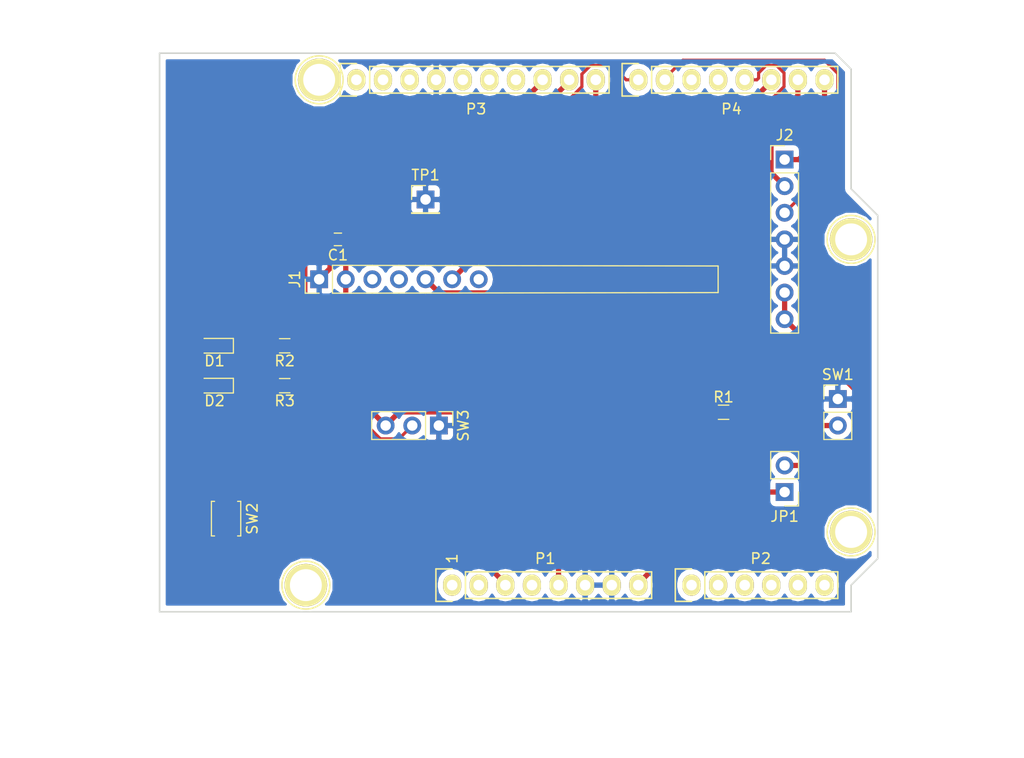
<source format=kicad_pcb>
(kicad_pcb (version 4) (host pcbnew 4.0.7+dfsg1-1)

  (general
    (links 34)
    (no_connects 2)
    (area 110.922999 72.949999 179.653001 126.440001)
    (thickness 1.6)
    (drawings 27)
    (tracks 93)
    (zones 0)
    (modules 21)
    (nets 39)
  )

  (page A4)
  (title_block
    (date "lun. 30 mars 2015")
  )

  (layers
    (0 F.Cu signal)
    (31 B.Cu signal)
    (32 B.Adhes user)
    (33 F.Adhes user)
    (34 B.Paste user)
    (35 F.Paste user)
    (36 B.SilkS user)
    (37 F.SilkS user)
    (38 B.Mask user)
    (39 F.Mask user)
    (40 Dwgs.User user)
    (41 Cmts.User user)
    (42 Eco1.User user)
    (43 Eco2.User user)
    (44 Edge.Cuts user)
    (45 Margin user)
    (46 B.CrtYd user)
    (47 F.CrtYd user)
    (48 B.Fab user)
    (49 F.Fab user)
  )

  (setup
    (last_trace_width 0.5)
    (user_trace_width 0.3)
    (user_trace_width 0.5)
    (trace_clearance 0.2)
    (zone_clearance 0.508)
    (zone_45_only no)
    (trace_min 0.2)
    (segment_width 0.15)
    (edge_width 0.15)
    (via_size 0.6)
    (via_drill 0.4)
    (via_min_size 0.4)
    (via_min_drill 0.3)
    (uvia_size 0.3)
    (uvia_drill 0.1)
    (uvias_allowed no)
    (uvia_min_size 0.2)
    (uvia_min_drill 0.1)
    (pcb_text_width 0.3)
    (pcb_text_size 1.5 1.5)
    (mod_edge_width 0.15)
    (mod_text_size 1 1)
    (mod_text_width 0.15)
    (pad_size 4.064 4.064)
    (pad_drill 3.048)
    (pad_to_mask_clearance 0)
    (aux_axis_origin 110.998 126.365)
    (grid_origin 110.998 126.365)
    (visible_elements FFFFFF7F)
    (pcbplotparams
      (layerselection 0x00030_80000001)
      (usegerberextensions false)
      (excludeedgelayer true)
      (linewidth 0.100000)
      (plotframeref false)
      (viasonmask false)
      (mode 1)
      (useauxorigin false)
      (hpglpennumber 1)
      (hpglpenspeed 20)
      (hpglpendiameter 15)
      (hpglpenoverlay 2)
      (psnegative false)
      (psa4output false)
      (plotreference true)
      (plotvalue true)
      (plotinvisibletext false)
      (padsonsilk false)
      (subtractmaskfromsilk false)
      (outputformat 1)
      (mirror false)
      (drillshape 1)
      (scaleselection 1)
      (outputdirectory ""))
  )

  (net 0 "")
  (net 1 /IOREF)
  (net 2 /Reset)
  (net 3 +5V)
  (net 4 GND)
  (net 5 /Vin)
  (net 6 /A0)
  (net 7 /A1)
  (net 8 /A2)
  (net 9 /A3)
  (net 10 /AREF)
  (net 11 "/A4(SDA)")
  (net 12 "/A5(SCL)")
  (net 13 "/9(**)")
  (net 14 /8)
  (net 15 /7)
  (net 16 "/6(**)")
  (net 17 "/5(**)")
  (net 18 /4)
  (net 19 "/3(**)")
  (net 20 /2)
  (net 21 "/1(Tx)")
  (net 22 "/0(Rx)")
  (net 23 "Net-(P5-Pad1)")
  (net 24 "Net-(P6-Pad1)")
  (net 25 "Net-(P7-Pad1)")
  (net 26 "Net-(P8-Pad1)")
  (net 27 "/13(SCK)")
  (net 28 "/10(**/SS)")
  (net 29 "Net-(P1-Pad1)")
  (net 30 +3V3)
  (net 31 "/12(MISO)")
  (net 32 "/11(**/MOSI)")
  (net 33 "Net-(D1-Pad1)")
  (net 34 "Net-(D2-Pad1)")
  (net 35 "Net-(J1-Pad3)")
  (net 36 "Net-(J1-Pad4)")
  (net 37 "Net-(J1-Pad7)")
  (net 38 "Net-(J2-Pad6)")

  (net_class Default "This is the default net class."
    (clearance 0.2)
    (trace_width 0.5)
    (via_dia 0.6)
    (via_drill 0.4)
    (uvia_dia 0.3)
    (uvia_drill 0.1)
    (add_net +3V3)
    (add_net +5V)
    (add_net "/0(Rx)")
    (add_net "/1(Tx)")
    (add_net "/10(**/SS)")
    (add_net "/11(**/MOSI)")
    (add_net "/12(MISO)")
    (add_net "/13(SCK)")
    (add_net /2)
    (add_net "/3(**)")
    (add_net /4)
    (add_net "/5(**)")
    (add_net "/6(**)")
    (add_net /8)
    (add_net "/9(**)")
    (add_net /A0)
    (add_net /A1)
    (add_net /A2)
    (add_net /A3)
    (add_net "/A4(SDA)")
    (add_net "/A5(SCL)")
    (add_net /AREF)
    (add_net /IOREF)
    (add_net /Reset)
    (add_net /Vin)
    (add_net GND)
    (add_net "Net-(D1-Pad1)")
    (add_net "Net-(D2-Pad1)")
    (add_net "Net-(J1-Pad3)")
    (add_net "Net-(J1-Pad4)")
    (add_net "Net-(J1-Pad7)")
    (add_net "Net-(J2-Pad6)")
    (add_net "Net-(P1-Pad1)")
    (add_net "Net-(P5-Pad1)")
    (add_net "Net-(P6-Pad1)")
    (add_net "Net-(P7-Pad1)")
    (add_net "Net-(P8-Pad1)")
  )

  (net_class thin ""
    (clearance 0.2)
    (trace_width 0.3)
    (via_dia 0.6)
    (via_drill 0.4)
    (uvia_dia 0.3)
    (uvia_drill 0.1)
    (add_net /7)
  )

  (module Socket_Arduino_Uno:Socket_Strip_Arduino_1x08 locked (layer F.Cu) (tedit 552168D2) (tstamp 551AF9EA)
    (at 138.938 123.825)
    (descr "Through hole socket strip")
    (tags "socket strip")
    (path /56D70129)
    (fp_text reference P1 (at 8.89 -2.54) (layer F.SilkS)
      (effects (font (size 1 1) (thickness 0.15)))
    )
    (fp_text value Power (at 8.89 -4.064) (layer F.Fab)
      (effects (font (size 1 1) (thickness 0.15)))
    )
    (fp_line (start -1.75 -1.75) (end -1.75 1.75) (layer F.CrtYd) (width 0.05))
    (fp_line (start 19.55 -1.75) (end 19.55 1.75) (layer F.CrtYd) (width 0.05))
    (fp_line (start -1.75 -1.75) (end 19.55 -1.75) (layer F.CrtYd) (width 0.05))
    (fp_line (start -1.75 1.75) (end 19.55 1.75) (layer F.CrtYd) (width 0.05))
    (fp_line (start 1.27 1.27) (end 19.05 1.27) (layer F.SilkS) (width 0.15))
    (fp_line (start 19.05 1.27) (end 19.05 -1.27) (layer F.SilkS) (width 0.15))
    (fp_line (start 19.05 -1.27) (end 1.27 -1.27) (layer F.SilkS) (width 0.15))
    (fp_line (start -1.55 1.55) (end 0 1.55) (layer F.SilkS) (width 0.15))
    (fp_line (start 1.27 1.27) (end 1.27 -1.27) (layer F.SilkS) (width 0.15))
    (fp_line (start 0 -1.55) (end -1.55 -1.55) (layer F.SilkS) (width 0.15))
    (fp_line (start -1.55 -1.55) (end -1.55 1.55) (layer F.SilkS) (width 0.15))
    (pad 1 thru_hole oval (at 0 0) (size 1.7272 2.032) (drill 1.016) (layers *.Cu *.Mask F.SilkS)
      (net 29 "Net-(P1-Pad1)"))
    (pad 2 thru_hole oval (at 2.54 0) (size 1.7272 2.032) (drill 1.016) (layers *.Cu *.Mask F.SilkS)
      (net 1 /IOREF))
    (pad 3 thru_hole oval (at 5.08 0) (size 1.7272 2.032) (drill 1.016) (layers *.Cu *.Mask F.SilkS)
      (net 2 /Reset))
    (pad 4 thru_hole oval (at 7.62 0) (size 1.7272 2.032) (drill 1.016) (layers *.Cu *.Mask F.SilkS)
      (net 30 +3V3))
    (pad 5 thru_hole oval (at 10.16 0) (size 1.7272 2.032) (drill 1.016) (layers *.Cu *.Mask F.SilkS)
      (net 3 +5V))
    (pad 6 thru_hole oval (at 12.7 0) (size 1.7272 2.032) (drill 1.016) (layers *.Cu *.Mask F.SilkS)
      (net 4 GND))
    (pad 7 thru_hole oval (at 15.24 0) (size 1.7272 2.032) (drill 1.016) (layers *.Cu *.Mask F.SilkS)
      (net 4 GND))
    (pad 8 thru_hole oval (at 17.78 0) (size 1.7272 2.032) (drill 1.016) (layers *.Cu *.Mask F.SilkS)
      (net 5 /Vin))
    (model ${KIPRJMOD}/Socket_Arduino_Uno.3dshapes/Socket_header_Arduino_1x08.wrl
      (at (xyz 0.35 0 0))
      (scale (xyz 1 1 1))
      (rotate (xyz 0 0 180))
    )
  )

  (module Socket_Arduino_Uno:Socket_Strip_Arduino_1x06 locked (layer F.Cu) (tedit 552168D6) (tstamp 551AF9FF)
    (at 161.798 123.825)
    (descr "Through hole socket strip")
    (tags "socket strip")
    (path /56D70DD8)
    (fp_text reference P2 (at 6.604 -2.54) (layer F.SilkS)
      (effects (font (size 1 1) (thickness 0.15)))
    )
    (fp_text value Analog (at 6.604 -4.064) (layer F.Fab)
      (effects (font (size 1 1) (thickness 0.15)))
    )
    (fp_line (start -1.75 -1.75) (end -1.75 1.75) (layer F.CrtYd) (width 0.05))
    (fp_line (start 14.45 -1.75) (end 14.45 1.75) (layer F.CrtYd) (width 0.05))
    (fp_line (start -1.75 -1.75) (end 14.45 -1.75) (layer F.CrtYd) (width 0.05))
    (fp_line (start -1.75 1.75) (end 14.45 1.75) (layer F.CrtYd) (width 0.05))
    (fp_line (start 1.27 1.27) (end 13.97 1.27) (layer F.SilkS) (width 0.15))
    (fp_line (start 13.97 1.27) (end 13.97 -1.27) (layer F.SilkS) (width 0.15))
    (fp_line (start 13.97 -1.27) (end 1.27 -1.27) (layer F.SilkS) (width 0.15))
    (fp_line (start -1.55 1.55) (end 0 1.55) (layer F.SilkS) (width 0.15))
    (fp_line (start 1.27 1.27) (end 1.27 -1.27) (layer F.SilkS) (width 0.15))
    (fp_line (start 0 -1.55) (end -1.55 -1.55) (layer F.SilkS) (width 0.15))
    (fp_line (start -1.55 -1.55) (end -1.55 1.55) (layer F.SilkS) (width 0.15))
    (pad 1 thru_hole oval (at 0 0) (size 1.7272 2.032) (drill 1.016) (layers *.Cu *.Mask F.SilkS)
      (net 6 /A0))
    (pad 2 thru_hole oval (at 2.54 0) (size 1.7272 2.032) (drill 1.016) (layers *.Cu *.Mask F.SilkS)
      (net 7 /A1))
    (pad 3 thru_hole oval (at 5.08 0) (size 1.7272 2.032) (drill 1.016) (layers *.Cu *.Mask F.SilkS)
      (net 8 /A2))
    (pad 4 thru_hole oval (at 7.62 0) (size 1.7272 2.032) (drill 1.016) (layers *.Cu *.Mask F.SilkS)
      (net 9 /A3))
    (pad 5 thru_hole oval (at 10.16 0) (size 1.7272 2.032) (drill 1.016) (layers *.Cu *.Mask F.SilkS)
      (net 11 "/A4(SDA)"))
    (pad 6 thru_hole oval (at 12.7 0) (size 1.7272 2.032) (drill 1.016) (layers *.Cu *.Mask F.SilkS)
      (net 12 "/A5(SCL)"))
    (model ${KIPRJMOD}/Socket_Arduino_Uno.3dshapes/Socket_header_Arduino_1x06.wrl
      (at (xyz 0.25 0 0))
      (scale (xyz 1 1 1))
      (rotate (xyz 0 0 180))
    )
  )

  (module Socket_Arduino_Uno:Socket_Strip_Arduino_1x10 locked (layer F.Cu) (tedit 552168BF) (tstamp 551AFA18)
    (at 129.794 75.565)
    (descr "Through hole socket strip")
    (tags "socket strip")
    (path /56D721E0)
    (fp_text reference P3 (at 11.43 2.794) (layer F.SilkS)
      (effects (font (size 1 1) (thickness 0.15)))
    )
    (fp_text value Digital (at 11.43 4.318) (layer F.Fab)
      (effects (font (size 1 1) (thickness 0.15)))
    )
    (fp_line (start -1.75 -1.75) (end -1.75 1.75) (layer F.CrtYd) (width 0.05))
    (fp_line (start 24.65 -1.75) (end 24.65 1.75) (layer F.CrtYd) (width 0.05))
    (fp_line (start -1.75 -1.75) (end 24.65 -1.75) (layer F.CrtYd) (width 0.05))
    (fp_line (start -1.75 1.75) (end 24.65 1.75) (layer F.CrtYd) (width 0.05))
    (fp_line (start 1.27 1.27) (end 24.13 1.27) (layer F.SilkS) (width 0.15))
    (fp_line (start 24.13 1.27) (end 24.13 -1.27) (layer F.SilkS) (width 0.15))
    (fp_line (start 24.13 -1.27) (end 1.27 -1.27) (layer F.SilkS) (width 0.15))
    (fp_line (start -1.55 1.55) (end 0 1.55) (layer F.SilkS) (width 0.15))
    (fp_line (start 1.27 1.27) (end 1.27 -1.27) (layer F.SilkS) (width 0.15))
    (fp_line (start 0 -1.55) (end -1.55 -1.55) (layer F.SilkS) (width 0.15))
    (fp_line (start -1.55 -1.55) (end -1.55 1.55) (layer F.SilkS) (width 0.15))
    (pad 1 thru_hole oval (at 0 0) (size 1.7272 2.032) (drill 1.016) (layers *.Cu *.Mask F.SilkS)
      (net 12 "/A5(SCL)"))
    (pad 2 thru_hole oval (at 2.54 0) (size 1.7272 2.032) (drill 1.016) (layers *.Cu *.Mask F.SilkS)
      (net 11 "/A4(SDA)"))
    (pad 3 thru_hole oval (at 5.08 0) (size 1.7272 2.032) (drill 1.016) (layers *.Cu *.Mask F.SilkS)
      (net 10 /AREF))
    (pad 4 thru_hole oval (at 7.62 0) (size 1.7272 2.032) (drill 1.016) (layers *.Cu *.Mask F.SilkS)
      (net 4 GND))
    (pad 5 thru_hole oval (at 10.16 0) (size 1.7272 2.032) (drill 1.016) (layers *.Cu *.Mask F.SilkS)
      (net 27 "/13(SCK)"))
    (pad 6 thru_hole oval (at 12.7 0) (size 1.7272 2.032) (drill 1.016) (layers *.Cu *.Mask F.SilkS)
      (net 31 "/12(MISO)"))
    (pad 7 thru_hole oval (at 15.24 0) (size 1.7272 2.032) (drill 1.016) (layers *.Cu *.Mask F.SilkS)
      (net 32 "/11(**/MOSI)"))
    (pad 8 thru_hole oval (at 17.78 0) (size 1.7272 2.032) (drill 1.016) (layers *.Cu *.Mask F.SilkS)
      (net 28 "/10(**/SS)"))
    (pad 9 thru_hole oval (at 20.32 0) (size 1.7272 2.032) (drill 1.016) (layers *.Cu *.Mask F.SilkS)
      (net 13 "/9(**)"))
    (pad 10 thru_hole oval (at 22.86 0) (size 1.7272 2.032) (drill 1.016) (layers *.Cu *.Mask F.SilkS)
      (net 14 /8))
    (model ${KIPRJMOD}/Socket_Arduino_Uno.3dshapes/Socket_header_Arduino_1x10.wrl
      (at (xyz 0.45 0 0))
      (scale (xyz 1 1 1))
      (rotate (xyz 0 0 180))
    )
  )

  (module Socket_Arduino_Uno:Socket_Strip_Arduino_1x08 locked (layer F.Cu) (tedit 552168C7) (tstamp 551AFA2F)
    (at 156.718 75.565)
    (descr "Through hole socket strip")
    (tags "socket strip")
    (path /56D7164F)
    (fp_text reference P4 (at 8.89 2.794) (layer F.SilkS)
      (effects (font (size 1 1) (thickness 0.15)))
    )
    (fp_text value Digital (at 8.89 4.318) (layer F.Fab)
      (effects (font (size 1 1) (thickness 0.15)))
    )
    (fp_line (start -1.75 -1.75) (end -1.75 1.75) (layer F.CrtYd) (width 0.05))
    (fp_line (start 19.55 -1.75) (end 19.55 1.75) (layer F.CrtYd) (width 0.05))
    (fp_line (start -1.75 -1.75) (end 19.55 -1.75) (layer F.CrtYd) (width 0.05))
    (fp_line (start -1.75 1.75) (end 19.55 1.75) (layer F.CrtYd) (width 0.05))
    (fp_line (start 1.27 1.27) (end 19.05 1.27) (layer F.SilkS) (width 0.15))
    (fp_line (start 19.05 1.27) (end 19.05 -1.27) (layer F.SilkS) (width 0.15))
    (fp_line (start 19.05 -1.27) (end 1.27 -1.27) (layer F.SilkS) (width 0.15))
    (fp_line (start -1.55 1.55) (end 0 1.55) (layer F.SilkS) (width 0.15))
    (fp_line (start 1.27 1.27) (end 1.27 -1.27) (layer F.SilkS) (width 0.15))
    (fp_line (start 0 -1.55) (end -1.55 -1.55) (layer F.SilkS) (width 0.15))
    (fp_line (start -1.55 -1.55) (end -1.55 1.55) (layer F.SilkS) (width 0.15))
    (pad 1 thru_hole oval (at 0 0) (size 1.7272 2.032) (drill 1.016) (layers *.Cu *.Mask F.SilkS)
      (net 15 /7))
    (pad 2 thru_hole oval (at 2.54 0) (size 1.7272 2.032) (drill 1.016) (layers *.Cu *.Mask F.SilkS)
      (net 16 "/6(**)"))
    (pad 3 thru_hole oval (at 5.08 0) (size 1.7272 2.032) (drill 1.016) (layers *.Cu *.Mask F.SilkS)
      (net 17 "/5(**)"))
    (pad 4 thru_hole oval (at 7.62 0) (size 1.7272 2.032) (drill 1.016) (layers *.Cu *.Mask F.SilkS)
      (net 18 /4))
    (pad 5 thru_hole oval (at 10.16 0) (size 1.7272 2.032) (drill 1.016) (layers *.Cu *.Mask F.SilkS)
      (net 19 "/3(**)"))
    (pad 6 thru_hole oval (at 12.7 0) (size 1.7272 2.032) (drill 1.016) (layers *.Cu *.Mask F.SilkS)
      (net 20 /2))
    (pad 7 thru_hole oval (at 15.24 0) (size 1.7272 2.032) (drill 1.016) (layers *.Cu *.Mask F.SilkS)
      (net 21 "/1(Tx)"))
    (pad 8 thru_hole oval (at 17.78 0) (size 1.7272 2.032) (drill 1.016) (layers *.Cu *.Mask F.SilkS)
      (net 22 "/0(Rx)"))
    (model ${KIPRJMOD}/Socket_Arduino_Uno.3dshapes/Socket_header_Arduino_1x08.wrl
      (at (xyz 0.35 0 0))
      (scale (xyz 1 1 1))
      (rotate (xyz 0 0 180))
    )
  )

  (module Socket_Arduino_Uno:Arduino_1pin locked (layer F.Cu) (tedit 5524FC39) (tstamp 5524FC3F)
    (at 124.968 123.825)
    (descr "module 1 pin (ou trou mecanique de percage)")
    (tags DEV)
    (path /56D71177)
    (fp_text reference P5 (at 0 -3.048) (layer F.SilkS) hide
      (effects (font (size 1 1) (thickness 0.15)))
    )
    (fp_text value CONN_01X01 (at 0 2.794) (layer F.Fab) hide
      (effects (font (size 1 1) (thickness 0.15)))
    )
    (fp_circle (center 0 0) (end 0 -2.286) (layer F.SilkS) (width 0.15))
    (pad 1 thru_hole circle (at 0 0) (size 4.064 4.064) (drill 3.048) (layers *.Cu *.Mask F.SilkS)
      (net 23 "Net-(P5-Pad1)"))
  )

  (module Socket_Arduino_Uno:Arduino_1pin locked (layer F.Cu) (tedit 5524FC4A) (tstamp 5524FC44)
    (at 177.038 118.745)
    (descr "module 1 pin (ou trou mecanique de percage)")
    (tags DEV)
    (path /56D71274)
    (fp_text reference P6 (at 0 -3.048) (layer F.SilkS) hide
      (effects (font (size 1 1) (thickness 0.15)))
    )
    (fp_text value CONN_01X01 (at 0 2.794) (layer F.Fab) hide
      (effects (font (size 1 1) (thickness 0.15)))
    )
    (fp_circle (center 0 0) (end 0 -2.286) (layer F.SilkS) (width 0.15))
    (pad 1 thru_hole circle (at 0 0) (size 4.064 4.064) (drill 3.048) (layers *.Cu *.Mask F.SilkS)
      (net 24 "Net-(P6-Pad1)"))
  )

  (module Socket_Arduino_Uno:Arduino_1pin locked (layer F.Cu) (tedit 5524FC2F) (tstamp 5524FC49)
    (at 126.238 75.565)
    (descr "module 1 pin (ou trou mecanique de percage)")
    (tags DEV)
    (path /56D712A8)
    (fp_text reference P7 (at 0 -3.048) (layer F.SilkS) hide
      (effects (font (size 1 1) (thickness 0.15)))
    )
    (fp_text value CONN_01X01 (at 0 2.794) (layer F.Fab) hide
      (effects (font (size 1 1) (thickness 0.15)))
    )
    (fp_circle (center 0 0) (end 0 -2.286) (layer F.SilkS) (width 0.15))
    (pad 1 thru_hole circle (at 0 0) (size 4.064 4.064) (drill 3.048) (layers *.Cu *.Mask F.SilkS)
      (net 25 "Net-(P7-Pad1)"))
  )

  (module Socket_Arduino_Uno:Arduino_1pin locked (layer F.Cu) (tedit 5524FC41) (tstamp 5524FC4E)
    (at 177.038 90.805)
    (descr "module 1 pin (ou trou mecanique de percage)")
    (tags DEV)
    (path /56D712DB)
    (fp_text reference P8 (at 0 -3.048) (layer F.SilkS) hide
      (effects (font (size 1 1) (thickness 0.15)))
    )
    (fp_text value CONN_01X01 (at 0 2.794) (layer F.Fab) hide
      (effects (font (size 1 1) (thickness 0.15)))
    )
    (fp_circle (center 0 0) (end 0 -2.286) (layer F.SilkS) (width 0.15))
    (pad 1 thru_hole circle (at 0 0) (size 4.064 4.064) (drill 3.048) (layers *.Cu *.Mask F.SilkS)
      (net 26 "Net-(P8-Pad1)"))
  )

  (module Capacitors_SMD:C_0603 placed (layer F.Cu) (tedit 59958EE7) (tstamp 59F53FF3)
    (at 128.028 90.805 180)
    (descr "Capacitor SMD 0603, reflow soldering, AVX (see smccp.pdf)")
    (tags "capacitor 0603")
    (path /59F55FC6)
    (attr smd)
    (fp_text reference C1 (at 0 -1.5 180) (layer F.SilkS)
      (effects (font (size 1 1) (thickness 0.15)))
    )
    (fp_text value " 0.1µ" (at 0 1.5 180) (layer F.Fab)
      (effects (font (size 1 1) (thickness 0.15)))
    )
    (fp_line (start 1.4 0.65) (end -1.4 0.65) (layer F.CrtYd) (width 0.05))
    (fp_line (start 1.4 0.65) (end 1.4 -0.65) (layer F.CrtYd) (width 0.05))
    (fp_line (start -1.4 -0.65) (end -1.4 0.65) (layer F.CrtYd) (width 0.05))
    (fp_line (start -1.4 -0.65) (end 1.4 -0.65) (layer F.CrtYd) (width 0.05))
    (fp_line (start 0.35 0.6) (end -0.35 0.6) (layer F.SilkS) (width 0.12))
    (fp_line (start -0.35 -0.6) (end 0.35 -0.6) (layer F.SilkS) (width 0.12))
    (fp_line (start -0.8 -0.4) (end 0.8 -0.4) (layer F.Fab) (width 0.1))
    (fp_line (start 0.8 -0.4) (end 0.8 0.4) (layer F.Fab) (width 0.1))
    (fp_line (start 0.8 0.4) (end -0.8 0.4) (layer F.Fab) (width 0.1))
    (fp_line (start -0.8 0.4) (end -0.8 -0.4) (layer F.Fab) (width 0.1))
    (fp_text user %R (at 0 0 180) (layer F.Fab)
      (effects (font (size 0.3 0.3) (thickness 0.075)))
    )
    (pad 2 smd rect (at 0.75 0 180) (size 0.8 0.75) (layers F.Cu F.Paste F.Mask)
      (net 4 GND))
    (pad 1 smd rect (at -0.75 0 180) (size 0.8 0.75) (layers F.Cu F.Paste F.Mask)
      (net 3 +5V))
    (model Capacitors_SMD.3dshapes/C_0603.wrl
      (at (xyz 0 0 0))
      (scale (xyz 1 1 1))
      (rotate (xyz 0 0 0))
    )
  )

  (module LEDs:LED_0805 placed (layer F.Cu) (tedit 59959803) (tstamp 59F53FF9)
    (at 116.248 100.965 180)
    (descr "LED 0805 smd package")
    (tags "LED led 0805 SMD smd SMT smt smdled SMDLED smtled SMTLED")
    (path /59F534F5)
    (attr smd)
    (fp_text reference D1 (at 0 -1.45 180) (layer F.SilkS)
      (effects (font (size 1 1) (thickness 0.15)))
    )
    (fp_text value LED-G (at 0 1.55 180) (layer F.Fab)
      (effects (font (size 1 1) (thickness 0.15)))
    )
    (fp_line (start -1.8 -0.7) (end -1.8 0.7) (layer F.SilkS) (width 0.12))
    (fp_line (start -0.4 -0.4) (end -0.4 0.4) (layer F.Fab) (width 0.1))
    (fp_line (start -0.4 0) (end 0.2 -0.4) (layer F.Fab) (width 0.1))
    (fp_line (start 0.2 0.4) (end -0.4 0) (layer F.Fab) (width 0.1))
    (fp_line (start 0.2 -0.4) (end 0.2 0.4) (layer F.Fab) (width 0.1))
    (fp_line (start 1 0.6) (end -1 0.6) (layer F.Fab) (width 0.1))
    (fp_line (start 1 -0.6) (end 1 0.6) (layer F.Fab) (width 0.1))
    (fp_line (start -1 -0.6) (end 1 -0.6) (layer F.Fab) (width 0.1))
    (fp_line (start -1 0.6) (end -1 -0.6) (layer F.Fab) (width 0.1))
    (fp_line (start -1.8 0.7) (end 1 0.7) (layer F.SilkS) (width 0.12))
    (fp_line (start -1.8 -0.7) (end 1 -0.7) (layer F.SilkS) (width 0.12))
    (fp_line (start 1.95 -0.85) (end 1.95 0.85) (layer F.CrtYd) (width 0.05))
    (fp_line (start 1.95 0.85) (end -1.95 0.85) (layer F.CrtYd) (width 0.05))
    (fp_line (start -1.95 0.85) (end -1.95 -0.85) (layer F.CrtYd) (width 0.05))
    (fp_line (start -1.95 -0.85) (end 1.95 -0.85) (layer F.CrtYd) (width 0.05))
    (fp_text user %R (at 0 -1.25 180) (layer F.Fab)
      (effects (font (size 0.4 0.4) (thickness 0.1)))
    )
    (pad 2 smd rect (at 1.1 0) (size 1.2 1.2) (layers F.Cu F.Paste F.Mask)
      (net 13 "/9(**)"))
    (pad 1 smd rect (at -1.1 0) (size 1.2 1.2) (layers F.Cu F.Paste F.Mask)
      (net 33 "Net-(D1-Pad1)"))
    (model ${KISYS3DMOD}/LEDs.3dshapes/LED_0805.wrl
      (at (xyz 0 0 0))
      (scale (xyz 1 1 1))
      (rotate (xyz 0 0 180))
    )
  )

  (module LEDs:LED_0805 placed (layer F.Cu) (tedit 59959803) (tstamp 59F53FFF)
    (at 116.248 104.775 180)
    (descr "LED 0805 smd package")
    (tags "LED led 0805 SMD smd SMT smt smdled SMDLED smtled SMTLED")
    (path /59F54238)
    (attr smd)
    (fp_text reference D2 (at 0 -1.45 180) (layer F.SilkS)
      (effects (font (size 1 1) (thickness 0.15)))
    )
    (fp_text value LED-R (at 0 1.55 180) (layer F.Fab)
      (effects (font (size 1 1) (thickness 0.15)))
    )
    (fp_line (start -1.8 -0.7) (end -1.8 0.7) (layer F.SilkS) (width 0.12))
    (fp_line (start -0.4 -0.4) (end -0.4 0.4) (layer F.Fab) (width 0.1))
    (fp_line (start -0.4 0) (end 0.2 -0.4) (layer F.Fab) (width 0.1))
    (fp_line (start 0.2 0.4) (end -0.4 0) (layer F.Fab) (width 0.1))
    (fp_line (start 0.2 -0.4) (end 0.2 0.4) (layer F.Fab) (width 0.1))
    (fp_line (start 1 0.6) (end -1 0.6) (layer F.Fab) (width 0.1))
    (fp_line (start 1 -0.6) (end 1 0.6) (layer F.Fab) (width 0.1))
    (fp_line (start -1 -0.6) (end 1 -0.6) (layer F.Fab) (width 0.1))
    (fp_line (start -1 0.6) (end -1 -0.6) (layer F.Fab) (width 0.1))
    (fp_line (start -1.8 0.7) (end 1 0.7) (layer F.SilkS) (width 0.12))
    (fp_line (start -1.8 -0.7) (end 1 -0.7) (layer F.SilkS) (width 0.12))
    (fp_line (start 1.95 -0.85) (end 1.95 0.85) (layer F.CrtYd) (width 0.05))
    (fp_line (start 1.95 0.85) (end -1.95 0.85) (layer F.CrtYd) (width 0.05))
    (fp_line (start -1.95 0.85) (end -1.95 -0.85) (layer F.CrtYd) (width 0.05))
    (fp_line (start -1.95 -0.85) (end 1.95 -0.85) (layer F.CrtYd) (width 0.05))
    (fp_text user %R (at 0 -1.25 180) (layer F.Fab)
      (effects (font (size 0.4 0.4) (thickness 0.1)))
    )
    (pad 2 smd rect (at 1.1 0) (size 1.2 1.2) (layers F.Cu F.Paste F.Mask)
      (net 28 "/10(**/SS)"))
    (pad 1 smd rect (at -1.1 0) (size 1.2 1.2) (layers F.Cu F.Paste F.Mask)
      (net 34 "Net-(D2-Pad1)"))
    (model ${KISYS3DMOD}/LEDs.3dshapes/LED_0805.wrl
      (at (xyz 0 0 0))
      (scale (xyz 1 1 1))
      (rotate (xyz 0 0 180))
    )
  )

  (module Pin_Headers:Pin_Header_Straight_1x07_Pitch2.54mm placed (layer F.Cu) (tedit 59650532) (tstamp 59F54015)
    (at 170.688 83.185)
    (descr "Through hole straight pin header, 1x07, 2.54mm pitch, single row")
    (tags "Through hole pin header THT 1x07 2.54mm single row")
    (path /59F568DA)
    (fp_text reference J2 (at 0 -2.33) (layer F.SilkS)
      (effects (font (size 1 1) (thickness 0.15)))
    )
    (fp_text value TO_CREATE (at 0 17.57) (layer F.Fab)
      (effects (font (size 1 1) (thickness 0.15)))
    )
    (fp_line (start -0.635 -1.27) (end 1.27 -1.27) (layer F.Fab) (width 0.1))
    (fp_line (start 1.27 -1.27) (end 1.27 16.51) (layer F.Fab) (width 0.1))
    (fp_line (start 1.27 16.51) (end -1.27 16.51) (layer F.Fab) (width 0.1))
    (fp_line (start -1.27 16.51) (end -1.27 -0.635) (layer F.Fab) (width 0.1))
    (fp_line (start -1.27 -0.635) (end -0.635 -1.27) (layer F.Fab) (width 0.1))
    (fp_line (start -1.33 16.57) (end 1.33 16.57) (layer F.SilkS) (width 0.12))
    (fp_line (start -1.33 1.27) (end -1.33 16.57) (layer F.SilkS) (width 0.12))
    (fp_line (start 1.33 1.27) (end 1.33 16.57) (layer F.SilkS) (width 0.12))
    (fp_line (start -1.33 1.27) (end 1.33 1.27) (layer F.SilkS) (width 0.12))
    (fp_line (start -1.33 0) (end -1.33 -1.33) (layer F.SilkS) (width 0.12))
    (fp_line (start -1.33 -1.33) (end 0 -1.33) (layer F.SilkS) (width 0.12))
    (fp_line (start -1.8 -1.8) (end -1.8 17.05) (layer F.CrtYd) (width 0.05))
    (fp_line (start -1.8 17.05) (end 1.8 17.05) (layer F.CrtYd) (width 0.05))
    (fp_line (start 1.8 17.05) (end 1.8 -1.8) (layer F.CrtYd) (width 0.05))
    (fp_line (start 1.8 -1.8) (end -1.8 -1.8) (layer F.CrtYd) (width 0.05))
    (fp_text user %R (at 0 7.62 90) (layer F.Fab)
      (effects (font (size 1 1) (thickness 0.15)))
    )
    (pad 1 thru_hole rect (at 0 0) (size 1.7 1.7) (drill 1) (layers *.Cu *.Mask)
      (net 22 "/0(Rx)"))
    (pad 2 thru_hole oval (at 0 2.54) (size 1.7 1.7) (drill 1) (layers *.Cu *.Mask)
      (net 21 "/1(Tx)"))
    (pad 3 thru_hole oval (at 0 5.08) (size 1.7 1.7) (drill 1) (layers *.Cu *.Mask)
      (net 16 "/6(**)"))
    (pad 4 thru_hole oval (at 0 7.62) (size 1.7 1.7) (drill 1) (layers *.Cu *.Mask)
      (net 4 GND))
    (pad 5 thru_hole oval (at 0 10.16) (size 1.7 1.7) (drill 1) (layers *.Cu *.Mask)
      (net 4 GND))
    (pad 6 thru_hole oval (at 0 12.7) (size 1.7 1.7) (drill 1) (layers *.Cu *.Mask)
      (net 38 "Net-(J2-Pad6)"))
    (pad 7 thru_hole oval (at 0 15.24) (size 1.7 1.7) (drill 1) (layers *.Cu *.Mask)
      (net 38 "Net-(J2-Pad6)"))
    (model ${KISYS3DMOD}/Pin_Headers.3dshapes/Pin_Header_Straight_1x07_Pitch2.54mm.wrl
      (at (xyz 0 0 0))
      (scale (xyz 1 1 1))
      (rotate (xyz 0 0 0))
    )
  )

  (module Pin_Headers:Pin_Header_Straight_1x02_Pitch2.54mm placed (layer F.Cu) (tedit 59650532) (tstamp 59F5401B)
    (at 170.688 114.935 180)
    (descr "Through hole straight pin header, 1x02, 2.54mm pitch, single row")
    (tags "Through hole pin header THT 1x02 2.54mm single row")
    (path /59F57082)
    (fp_text reference JP1 (at 0 -2.33 180) (layer F.SilkS)
      (effects (font (size 1 1) (thickness 0.15)))
    )
    (fp_text value POWER (at 0 4.87 180) (layer F.Fab)
      (effects (font (size 1 1) (thickness 0.15)))
    )
    (fp_line (start -0.635 -1.27) (end 1.27 -1.27) (layer F.Fab) (width 0.1))
    (fp_line (start 1.27 -1.27) (end 1.27 3.81) (layer F.Fab) (width 0.1))
    (fp_line (start 1.27 3.81) (end -1.27 3.81) (layer F.Fab) (width 0.1))
    (fp_line (start -1.27 3.81) (end -1.27 -0.635) (layer F.Fab) (width 0.1))
    (fp_line (start -1.27 -0.635) (end -0.635 -1.27) (layer F.Fab) (width 0.1))
    (fp_line (start -1.33 3.87) (end 1.33 3.87) (layer F.SilkS) (width 0.12))
    (fp_line (start -1.33 1.27) (end -1.33 3.87) (layer F.SilkS) (width 0.12))
    (fp_line (start 1.33 1.27) (end 1.33 3.87) (layer F.SilkS) (width 0.12))
    (fp_line (start -1.33 1.27) (end 1.33 1.27) (layer F.SilkS) (width 0.12))
    (fp_line (start -1.33 0) (end -1.33 -1.33) (layer F.SilkS) (width 0.12))
    (fp_line (start -1.33 -1.33) (end 0 -1.33) (layer F.SilkS) (width 0.12))
    (fp_line (start -1.8 -1.8) (end -1.8 4.35) (layer F.CrtYd) (width 0.05))
    (fp_line (start -1.8 4.35) (end 1.8 4.35) (layer F.CrtYd) (width 0.05))
    (fp_line (start 1.8 4.35) (end 1.8 -1.8) (layer F.CrtYd) (width 0.05))
    (fp_line (start 1.8 -1.8) (end -1.8 -1.8) (layer F.CrtYd) (width 0.05))
    (fp_text user %R (at 0 1.27 270) (layer F.Fab)
      (effects (font (size 1 1) (thickness 0.15)))
    )
    (pad 1 thru_hole rect (at 0 0 180) (size 1.7 1.7) (drill 1) (layers *.Cu *.Mask)
      (net 5 /Vin))
    (pad 2 thru_hole oval (at 0 2.54 180) (size 1.7 1.7) (drill 1) (layers *.Cu *.Mask)
      (net 38 "Net-(J2-Pad6)"))
    (model ${KISYS3DMOD}/Pin_Headers.3dshapes/Pin_Header_Straight_1x02_Pitch2.54mm.wrl
      (at (xyz 0 0 0))
      (scale (xyz 1 1 1))
      (rotate (xyz 0 0 0))
    )
  )

  (module Resistors_SMD:R_0603 placed (layer F.Cu) (tedit 58E0A804) (tstamp 59F54021)
    (at 164.858 107.315)
    (descr "Resistor SMD 0603, reflow soldering, Vishay (see dcrcw.pdf)")
    (tags "resistor 0603")
    (path /59F588A4)
    (attr smd)
    (fp_text reference R1 (at 0 -1.45) (layer F.SilkS)
      (effects (font (size 1 1) (thickness 0.15)))
    )
    (fp_text value 47K (at 0 1.5) (layer F.Fab)
      (effects (font (size 1 1) (thickness 0.15)))
    )
    (fp_text user %R (at 0 0) (layer F.Fab)
      (effects (font (size 0.4 0.4) (thickness 0.075)))
    )
    (fp_line (start -0.8 0.4) (end -0.8 -0.4) (layer F.Fab) (width 0.1))
    (fp_line (start 0.8 0.4) (end -0.8 0.4) (layer F.Fab) (width 0.1))
    (fp_line (start 0.8 -0.4) (end 0.8 0.4) (layer F.Fab) (width 0.1))
    (fp_line (start -0.8 -0.4) (end 0.8 -0.4) (layer F.Fab) (width 0.1))
    (fp_line (start 0.5 0.68) (end -0.5 0.68) (layer F.SilkS) (width 0.12))
    (fp_line (start -0.5 -0.68) (end 0.5 -0.68) (layer F.SilkS) (width 0.12))
    (fp_line (start -1.25 -0.7) (end 1.25 -0.7) (layer F.CrtYd) (width 0.05))
    (fp_line (start -1.25 -0.7) (end -1.25 0.7) (layer F.CrtYd) (width 0.05))
    (fp_line (start 1.25 0.7) (end 1.25 -0.7) (layer F.CrtYd) (width 0.05))
    (fp_line (start 1.25 0.7) (end -1.25 0.7) (layer F.CrtYd) (width 0.05))
    (pad 1 smd rect (at -0.75 0) (size 0.5 0.9) (layers F.Cu F.Paste F.Mask)
      (net 3 +5V))
    (pad 2 smd rect (at 0.75 0) (size 0.5 0.9) (layers F.Cu F.Paste F.Mask)
      (net 19 "/3(**)"))
    (model ${KISYS3DMOD}/Resistors_SMD.3dshapes/R_0603.wrl
      (at (xyz 0 0 0))
      (scale (xyz 1 1 1))
      (rotate (xyz 0 0 0))
    )
  )

  (module Resistors_SMD:R_0603 placed (layer F.Cu) (tedit 58E0A804) (tstamp 59F54027)
    (at 122.948 100.965 180)
    (descr "Resistor SMD 0603, reflow soldering, Vishay (see dcrcw.pdf)")
    (tags "resistor 0603")
    (path /59F53E2D)
    (attr smd)
    (fp_text reference R2 (at 0 -1.45 180) (layer F.SilkS)
      (effects (font (size 1 1) (thickness 0.15)))
    )
    (fp_text value 330 (at 0 1.5 180) (layer F.Fab)
      (effects (font (size 1 1) (thickness 0.15)))
    )
    (fp_text user %R (at 0 0 360) (layer F.Fab)
      (effects (font (size 0.4 0.4) (thickness 0.075)))
    )
    (fp_line (start -0.8 0.4) (end -0.8 -0.4) (layer F.Fab) (width 0.1))
    (fp_line (start 0.8 0.4) (end -0.8 0.4) (layer F.Fab) (width 0.1))
    (fp_line (start 0.8 -0.4) (end 0.8 0.4) (layer F.Fab) (width 0.1))
    (fp_line (start -0.8 -0.4) (end 0.8 -0.4) (layer F.Fab) (width 0.1))
    (fp_line (start 0.5 0.68) (end -0.5 0.68) (layer F.SilkS) (width 0.12))
    (fp_line (start -0.5 -0.68) (end 0.5 -0.68) (layer F.SilkS) (width 0.12))
    (fp_line (start -1.25 -0.7) (end 1.25 -0.7) (layer F.CrtYd) (width 0.05))
    (fp_line (start -1.25 -0.7) (end -1.25 0.7) (layer F.CrtYd) (width 0.05))
    (fp_line (start 1.25 0.7) (end 1.25 -0.7) (layer F.CrtYd) (width 0.05))
    (fp_line (start 1.25 0.7) (end -1.25 0.7) (layer F.CrtYd) (width 0.05))
    (pad 1 smd rect (at -0.75 0 180) (size 0.5 0.9) (layers F.Cu F.Paste F.Mask)
      (net 4 GND))
    (pad 2 smd rect (at 0.75 0 180) (size 0.5 0.9) (layers F.Cu F.Paste F.Mask)
      (net 33 "Net-(D1-Pad1)"))
    (model ${KISYS3DMOD}/Resistors_SMD.3dshapes/R_0603.wrl
      (at (xyz 0 0 0))
      (scale (xyz 1 1 1))
      (rotate (xyz 0 0 0))
    )
  )

  (module Resistors_SMD:R_0603 placed (layer F.Cu) (tedit 58E0A804) (tstamp 59F5402D)
    (at 122.948 104.775 180)
    (descr "Resistor SMD 0603, reflow soldering, Vishay (see dcrcw.pdf)")
    (tags "resistor 0603")
    (path /59F54245)
    (attr smd)
    (fp_text reference R3 (at 0 -1.45 180) (layer F.SilkS)
      (effects (font (size 1 1) (thickness 0.15)))
    )
    (fp_text value 330 (at 0 1.5 180) (layer F.Fab)
      (effects (font (size 1 1) (thickness 0.15)))
    )
    (fp_text user %R (at 0 0 360) (layer F.Fab)
      (effects (font (size 0.4 0.4) (thickness 0.075)))
    )
    (fp_line (start -0.8 0.4) (end -0.8 -0.4) (layer F.Fab) (width 0.1))
    (fp_line (start 0.8 0.4) (end -0.8 0.4) (layer F.Fab) (width 0.1))
    (fp_line (start 0.8 -0.4) (end 0.8 0.4) (layer F.Fab) (width 0.1))
    (fp_line (start -0.8 -0.4) (end 0.8 -0.4) (layer F.Fab) (width 0.1))
    (fp_line (start 0.5 0.68) (end -0.5 0.68) (layer F.SilkS) (width 0.12))
    (fp_line (start -0.5 -0.68) (end 0.5 -0.68) (layer F.SilkS) (width 0.12))
    (fp_line (start -1.25 -0.7) (end 1.25 -0.7) (layer F.CrtYd) (width 0.05))
    (fp_line (start -1.25 -0.7) (end -1.25 0.7) (layer F.CrtYd) (width 0.05))
    (fp_line (start 1.25 0.7) (end 1.25 -0.7) (layer F.CrtYd) (width 0.05))
    (fp_line (start 1.25 0.7) (end -1.25 0.7) (layer F.CrtYd) (width 0.05))
    (pad 1 smd rect (at -0.75 0 180) (size 0.5 0.9) (layers F.Cu F.Paste F.Mask)
      (net 4 GND))
    (pad 2 smd rect (at 0.75 0 180) (size 0.5 0.9) (layers F.Cu F.Paste F.Mask)
      (net 34 "Net-(D2-Pad1)"))
    (model ${KISYS3DMOD}/Resistors_SMD.3dshapes/R_0603.wrl
      (at (xyz 0 0 0))
      (scale (xyz 1 1 1))
      (rotate (xyz 0 0 0))
    )
  )

  (module Buttons_Switches_SMD:SW_SPST_B3U-1000P placed (layer F.Cu) (tedit 58724258) (tstamp 59F54039)
    (at 117.348 117.475 270)
    (descr "Ultra-small-sized Tactile Switch with High Contact Reliability, Top-actuated Model, without Ground Terminal, without Boss")
    (tags "Tactile Switch")
    (path /59F58DC9)
    (attr smd)
    (fp_text reference SW2 (at 0 -2.5 270) (layer F.SilkS)
      (effects (font (size 1 1) (thickness 0.15)))
    )
    (fp_text value RESET (at 0 2.5 270) (layer F.Fab)
      (effects (font (size 1 1) (thickness 0.15)))
    )
    (fp_text user %R (at 0 -2.5 270) (layer F.Fab)
      (effects (font (size 1 1) (thickness 0.15)))
    )
    (fp_line (start -2.4 1.65) (end 2.4 1.65) (layer F.CrtYd) (width 0.05))
    (fp_line (start 2.4 1.65) (end 2.4 -1.65) (layer F.CrtYd) (width 0.05))
    (fp_line (start 2.4 -1.65) (end -2.4 -1.65) (layer F.CrtYd) (width 0.05))
    (fp_line (start -2.4 -1.65) (end -2.4 1.65) (layer F.CrtYd) (width 0.05))
    (fp_line (start -1.65 1.1) (end -1.65 1.4) (layer F.SilkS) (width 0.12))
    (fp_line (start -1.65 1.4) (end 1.65 1.4) (layer F.SilkS) (width 0.12))
    (fp_line (start 1.65 1.4) (end 1.65 1.1) (layer F.SilkS) (width 0.12))
    (fp_line (start -1.65 -1.1) (end -1.65 -1.4) (layer F.SilkS) (width 0.12))
    (fp_line (start -1.65 -1.4) (end 1.65 -1.4) (layer F.SilkS) (width 0.12))
    (fp_line (start 1.65 -1.4) (end 1.65 -1.1) (layer F.SilkS) (width 0.12))
    (fp_line (start -1.5 -1.25) (end 1.5 -1.25) (layer F.Fab) (width 0.1))
    (fp_line (start 1.5 -1.25) (end 1.5 1.25) (layer F.Fab) (width 0.1))
    (fp_line (start 1.5 1.25) (end -1.5 1.25) (layer F.Fab) (width 0.1))
    (fp_line (start -1.5 1.25) (end -1.5 -1.25) (layer F.Fab) (width 0.1))
    (fp_circle (center 0 0) (end 0.75 0) (layer F.Fab) (width 0.1))
    (pad 1 smd rect (at -1.7 0 270) (size 0.9 1.7) (layers F.Cu F.Paste F.Mask)
      (net 4 GND))
    (pad 2 smd rect (at 1.7 0 270) (size 0.9 1.7) (layers F.Cu F.Paste F.Mask)
      (net 2 /Reset))
    (model ${KISYS3DMOD}/Buttons_Switches_SMD.3dshapes/SW_SPST_B3U-1000P.wrl
      (at (xyz 0 0 0))
      (scale (xyz 1 1 1))
      (rotate (xyz 0 0 0))
    )
  )

  (module Pin_Headers:Pin_Header_Straight_1x03_Pitch2.54mm placed (layer F.Cu) (tedit 59650532) (tstamp 59F54040)
    (at 137.668 108.585 270)
    (descr "Through hole straight pin header, 1x03, 2.54mm pitch, single row")
    (tags "Through hole pin header THT 1x03 2.54mm single row")
    (path /59F54443)
    (fp_text reference SW3 (at 0 -2.33 270) (layer F.SilkS)
      (effects (font (size 1 1) (thickness 0.15)))
    )
    (fp_text value MODE (at 0 7.41 270) (layer F.Fab)
      (effects (font (size 1 1) (thickness 0.15)))
    )
    (fp_line (start -0.635 -1.27) (end 1.27 -1.27) (layer F.Fab) (width 0.1))
    (fp_line (start 1.27 -1.27) (end 1.27 6.35) (layer F.Fab) (width 0.1))
    (fp_line (start 1.27 6.35) (end -1.27 6.35) (layer F.Fab) (width 0.1))
    (fp_line (start -1.27 6.35) (end -1.27 -0.635) (layer F.Fab) (width 0.1))
    (fp_line (start -1.27 -0.635) (end -0.635 -1.27) (layer F.Fab) (width 0.1))
    (fp_line (start -1.33 6.41) (end 1.33 6.41) (layer F.SilkS) (width 0.12))
    (fp_line (start -1.33 1.27) (end -1.33 6.41) (layer F.SilkS) (width 0.12))
    (fp_line (start 1.33 1.27) (end 1.33 6.41) (layer F.SilkS) (width 0.12))
    (fp_line (start -1.33 1.27) (end 1.33 1.27) (layer F.SilkS) (width 0.12))
    (fp_line (start -1.33 0) (end -1.33 -1.33) (layer F.SilkS) (width 0.12))
    (fp_line (start -1.33 -1.33) (end 0 -1.33) (layer F.SilkS) (width 0.12))
    (fp_line (start -1.8 -1.8) (end -1.8 6.85) (layer F.CrtYd) (width 0.05))
    (fp_line (start -1.8 6.85) (end 1.8 6.85) (layer F.CrtYd) (width 0.05))
    (fp_line (start 1.8 6.85) (end 1.8 -1.8) (layer F.CrtYd) (width 0.05))
    (fp_line (start 1.8 -1.8) (end -1.8 -1.8) (layer F.CrtYd) (width 0.05))
    (fp_text user %R (at 0 2.54 360) (layer F.Fab)
      (effects (font (size 1 1) (thickness 0.15)))
    )
    (pad 1 thru_hole rect (at 0 0 270) (size 1.7 1.7) (drill 1) (layers *.Cu *.Mask)
      (net 4 GND))
    (pad 2 thru_hole oval (at 0 2.54 270) (size 1.7 1.7) (drill 1) (layers *.Cu *.Mask)
      (net 15 /7))
    (pad 3 thru_hole oval (at 0 5.08 270) (size 1.7 1.7) (drill 1) (layers *.Cu *.Mask)
      (net 3 +5V))
    (model ${KISYS3DMOD}/Pin_Headers.3dshapes/Pin_Header_Straight_1x03_Pitch2.54mm.wrl
      (at (xyz 0 0 0))
      (scale (xyz 1 1 1))
      (rotate (xyz 0 0 0))
    )
  )

  (module roomba_pcb:Receiver_IARC (layer F.Cu) (tedit 59FA5945) (tstamp 59F5400A)
    (at 126.238 94.615 90)
    (descr "Through hole straight pin header, 1x07, 2.54mm pitch, single row")
    (tags "Through hole pin header THT 1x07 2.54mm single row")
    (path /59F5503B)
    (fp_text reference J1 (at 0 -2.33 90) (layer F.SilkS)
      (effects (font (size 1 1) (thickness 0.15)))
    )
    (fp_text value RECEIVER (at 0 39.37 90) (layer F.Fab)
      (effects (font (size 1 1) (thickness 0.15)))
    )
    (fp_line (start -0.635 -1.27) (end 1.27 -1.27) (layer F.Fab) (width 0.1))
    (fp_line (start 1.27 -1.27) (end 1.27 38.1) (layer F.Fab) (width 0.1))
    (fp_line (start 1.27 38.1) (end -1.27 38.1) (layer F.Fab) (width 0.1))
    (fp_line (start -1.27 38.1) (end -1.27 -0.635) (layer F.Fab) (width 0.1))
    (fp_line (start -1.27 -0.635) (end -0.635 -1.27) (layer F.Fab) (width 0.1))
    (fp_line (start -1.27 38.1) (end 1.27 38.1) (layer F.SilkS) (width 0.12))
    (fp_line (start -1.33 1.27) (end -1.27 38.1) (layer F.SilkS) (width 0.12))
    (fp_line (start 1.33 1.27) (end 1.27 38.1) (layer F.SilkS) (width 0.12))
    (fp_line (start -1.33 1.27) (end 1.33 1.27) (layer F.SilkS) (width 0.12))
    (fp_line (start -1.33 0) (end -1.33 -1.33) (layer F.SilkS) (width 0.12))
    (fp_line (start -1.33 -1.33) (end 0 -1.33) (layer F.SilkS) (width 0.12))
    (fp_line (start -1.8 -1.8) (end -1.8 38.64) (layer F.CrtYd) (width 0.05))
    (fp_line (start -1.8 38.64) (end 1.8 38.64) (layer F.CrtYd) (width 0.05))
    (fp_line (start 1.8 38.64) (end 1.8 -1.8) (layer F.CrtYd) (width 0.05))
    (fp_line (start 1.8 -1.8) (end -1.8 -1.8) (layer F.CrtYd) (width 0.05))
    (fp_text user %R (at 0 7.62 180) (layer F.Fab)
      (effects (font (size 1 1) (thickness 0.15)))
    )
    (pad 1 thru_hole rect (at 0 0 90) (size 1.7 1.7) (drill 1) (layers *.Cu *.Mask)
      (net 4 GND))
    (pad 2 thru_hole oval (at 0 2.54 90) (size 1.7 1.7) (drill 1) (layers *.Cu *.Mask)
      (net 3 +5V))
    (pad 3 thru_hole oval (at 0 5.08 90) (size 1.7 1.7) (drill 1) (layers *.Cu *.Mask)
      (net 35 "Net-(J1-Pad3)"))
    (pad 4 thru_hole oval (at 0 7.62 90) (size 1.7 1.7) (drill 1) (layers *.Cu *.Mask)
      (net 36 "Net-(J1-Pad4)"))
    (pad 5 thru_hole oval (at 0 10.16 90) (size 1.7 1.7) (drill 1) (layers *.Cu *.Mask)
      (net 20 /2))
    (pad 6 thru_hole oval (at 0 12.7 90) (size 1.7 1.7) (drill 1) (layers *.Cu *.Mask)
      (net 14 /8))
    (pad 7 thru_hole oval (at 0 15.24 90) (size 1.7 1.7) (drill 1) (layers *.Cu *.Mask)
      (net 37 "Net-(J1-Pad7)"))
    (model ${KISYS3DMOD}/Pin_Headers.3dshapes/Pin_Header_Straight_1x07_Pitch2.54mm.wrl
      (at (xyz 0 0 0))
      (scale (xyz 1 1 1))
      (rotate (xyz 0 0 0))
    )
  )

  (module Pin_Headers:Pin_Header_Straight_1x02_Pitch2.54mm (layer F.Cu) (tedit 59650532) (tstamp 59FD998A)
    (at 175.768 106.045)
    (descr "Through hole straight pin header, 1x02, 2.54mm pitch, single row")
    (tags "Through hole pin header THT 1x02 2.54mm single row")
    (path /59F58283)
    (fp_text reference SW1 (at 0 -2.33) (layer F.SilkS)
      (effects (font (size 1 1) (thickness 0.15)))
    )
    (fp_text value LAND_PLATE (at 0 4.87) (layer F.Fab)
      (effects (font (size 1 1) (thickness 0.15)))
    )
    (fp_line (start -0.635 -1.27) (end 1.27 -1.27) (layer F.Fab) (width 0.1))
    (fp_line (start 1.27 -1.27) (end 1.27 3.81) (layer F.Fab) (width 0.1))
    (fp_line (start 1.27 3.81) (end -1.27 3.81) (layer F.Fab) (width 0.1))
    (fp_line (start -1.27 3.81) (end -1.27 -0.635) (layer F.Fab) (width 0.1))
    (fp_line (start -1.27 -0.635) (end -0.635 -1.27) (layer F.Fab) (width 0.1))
    (fp_line (start -1.33 3.87) (end 1.33 3.87) (layer F.SilkS) (width 0.12))
    (fp_line (start -1.33 1.27) (end -1.33 3.87) (layer F.SilkS) (width 0.12))
    (fp_line (start 1.33 1.27) (end 1.33 3.87) (layer F.SilkS) (width 0.12))
    (fp_line (start -1.33 1.27) (end 1.33 1.27) (layer F.SilkS) (width 0.12))
    (fp_line (start -1.33 0) (end -1.33 -1.33) (layer F.SilkS) (width 0.12))
    (fp_line (start -1.33 -1.33) (end 0 -1.33) (layer F.SilkS) (width 0.12))
    (fp_line (start -1.8 -1.8) (end -1.8 4.35) (layer F.CrtYd) (width 0.05))
    (fp_line (start -1.8 4.35) (end 1.8 4.35) (layer F.CrtYd) (width 0.05))
    (fp_line (start 1.8 4.35) (end 1.8 -1.8) (layer F.CrtYd) (width 0.05))
    (fp_line (start 1.8 -1.8) (end -1.8 -1.8) (layer F.CrtYd) (width 0.05))
    (fp_text user %R (at 0 1.27 90) (layer F.Fab)
      (effects (font (size 1 1) (thickness 0.15)))
    )
    (pad 1 thru_hole rect (at 0 0) (size 1.7 1.7) (drill 1) (layers *.Cu *.Mask)
      (net 4 GND))
    (pad 2 thru_hole oval (at 0 2.54) (size 1.7 1.7) (drill 1) (layers *.Cu *.Mask)
      (net 19 "/3(**)"))
    (model ${KISYS3DMOD}/Pin_Headers.3dshapes/Pin_Header_Straight_1x02_Pitch2.54mm.wrl
      (at (xyz 0 0 0))
      (scale (xyz 1 1 1))
      (rotate (xyz 0 0 0))
    )
  )

  (module Pin_Headers:Pin_Header_Straight_1x01_Pitch2.54mm (layer F.Cu) (tedit 59650532) (tstamp 59FD998F)
    (at 136.398 86.995)
    (descr "Through hole straight pin header, 1x01, 2.54mm pitch, single row")
    (tags "Through hole pin header THT 1x01 2.54mm single row")
    (path /59F59D24)
    (fp_text reference TP1 (at 0 -2.33) (layer F.SilkS)
      (effects (font (size 1 1) (thickness 0.15)))
    )
    (fp_text value TEST (at 0 2.33) (layer F.Fab)
      (effects (font (size 1 1) (thickness 0.15)))
    )
    (fp_line (start -0.635 -1.27) (end 1.27 -1.27) (layer F.Fab) (width 0.1))
    (fp_line (start 1.27 -1.27) (end 1.27 1.27) (layer F.Fab) (width 0.1))
    (fp_line (start 1.27 1.27) (end -1.27 1.27) (layer F.Fab) (width 0.1))
    (fp_line (start -1.27 1.27) (end -1.27 -0.635) (layer F.Fab) (width 0.1))
    (fp_line (start -1.27 -0.635) (end -0.635 -1.27) (layer F.Fab) (width 0.1))
    (fp_line (start -1.33 1.33) (end 1.33 1.33) (layer F.SilkS) (width 0.12))
    (fp_line (start -1.33 1.27) (end -1.33 1.33) (layer F.SilkS) (width 0.12))
    (fp_line (start 1.33 1.27) (end 1.33 1.33) (layer F.SilkS) (width 0.12))
    (fp_line (start -1.33 1.27) (end 1.33 1.27) (layer F.SilkS) (width 0.12))
    (fp_line (start -1.33 0) (end -1.33 -1.33) (layer F.SilkS) (width 0.12))
    (fp_line (start -1.33 -1.33) (end 0 -1.33) (layer F.SilkS) (width 0.12))
    (fp_line (start -1.8 -1.8) (end -1.8 1.8) (layer F.CrtYd) (width 0.05))
    (fp_line (start -1.8 1.8) (end 1.8 1.8) (layer F.CrtYd) (width 0.05))
    (fp_line (start 1.8 1.8) (end 1.8 -1.8) (layer F.CrtYd) (width 0.05))
    (fp_line (start 1.8 -1.8) (end -1.8 -1.8) (layer F.CrtYd) (width 0.05))
    (fp_text user %R (at 0 0 90) (layer F.Fab)
      (effects (font (size 1 1) (thickness 0.15)))
    )
    (pad 1 thru_hole rect (at 0 0) (size 1.7 1.7) (drill 1) (layers *.Cu *.Mask)
      (net 4 GND))
    (model ${KISYS3DMOD}/Pin_Headers.3dshapes/Pin_Header_Straight_1x01_Pitch2.54mm.wrl
      (at (xyz 0 0 0))
      (scale (xyz 1 1 1))
      (rotate (xyz 0 0 0))
    )
  )

  (gr_text 1 (at 138.938 121.285 90) (layer F.SilkS)
    (effects (font (size 1 1) (thickness 0.15)))
  )
  (gr_circle (center 117.348 76.962) (end 118.618 76.962) (layer Dwgs.User) (width 0.15))
  (gr_line (start 114.427 78.994) (end 114.427 74.93) (angle 90) (layer Dwgs.User) (width 0.15))
  (gr_line (start 120.269 78.994) (end 114.427 78.994) (angle 90) (layer Dwgs.User) (width 0.15))
  (gr_line (start 120.269 74.93) (end 120.269 78.994) (angle 90) (layer Dwgs.User) (width 0.15))
  (gr_line (start 114.427 74.93) (end 120.269 74.93) (angle 90) (layer Dwgs.User) (width 0.15))
  (gr_line (start 120.523 93.98) (end 104.648 93.98) (angle 90) (layer Dwgs.User) (width 0.15))
  (gr_line (start 177.038 74.549) (end 175.514 73.025) (angle 90) (layer Edge.Cuts) (width 0.15))
  (gr_line (start 177.038 85.979) (end 177.038 74.549) (angle 90) (layer Edge.Cuts) (width 0.15))
  (gr_line (start 179.578 88.519) (end 177.038 85.979) (angle 90) (layer Edge.Cuts) (width 0.15))
  (gr_line (start 179.578 121.285) (end 179.578 88.519) (angle 90) (layer Edge.Cuts) (width 0.15))
  (gr_line (start 177.038 123.825) (end 179.578 121.285) (angle 90) (layer Edge.Cuts) (width 0.15))
  (gr_line (start 177.038 126.365) (end 177.038 123.825) (angle 90) (layer Edge.Cuts) (width 0.15))
  (gr_line (start 110.998 126.365) (end 177.038 126.365) (angle 90) (layer Edge.Cuts) (width 0.15))
  (gr_line (start 110.998 73.025) (end 110.998 126.365) (angle 90) (layer Edge.Cuts) (width 0.15))
  (gr_line (start 175.514 73.025) (end 110.998 73.025) (angle 90) (layer Edge.Cuts) (width 0.15))
  (gr_line (start 173.355 102.235) (end 173.355 94.615) (angle 90) (layer Dwgs.User) (width 0.15))
  (gr_line (start 178.435 102.235) (end 173.355 102.235) (angle 90) (layer Dwgs.User) (width 0.15))
  (gr_line (start 178.435 94.615) (end 178.435 102.235) (angle 90) (layer Dwgs.User) (width 0.15))
  (gr_line (start 173.355 94.615) (end 178.435 94.615) (angle 90) (layer Dwgs.User) (width 0.15))
  (gr_line (start 109.093 123.19) (end 109.093 114.3) (angle 90) (layer Dwgs.User) (width 0.15))
  (gr_line (start 122.428 123.19) (end 109.093 123.19) (angle 90) (layer Dwgs.User) (width 0.15))
  (gr_line (start 122.428 114.3) (end 122.428 123.19) (angle 90) (layer Dwgs.User) (width 0.15))
  (gr_line (start 109.093 114.3) (end 122.428 114.3) (angle 90) (layer Dwgs.User) (width 0.15))
  (gr_line (start 104.648 93.98) (end 104.648 82.55) (angle 90) (layer Dwgs.User) (width 0.15))
  (gr_line (start 120.523 82.55) (end 120.523 93.98) (angle 90) (layer Dwgs.User) (width 0.15))
  (gr_line (start 104.648 82.55) (end 120.523 82.55) (angle 90) (layer Dwgs.User) (width 0.15))

  (segment (start 117.348 119.175) (end 139.5204 119.175) (width 0.5) (layer F.Cu) (net 2) (status 10))
  (segment (start 139.5204 119.175) (end 144.018 123.6726) (width 0.5) (layer F.Cu) (net 2) (status 20))
  (segment (start 144.018 123.6726) (end 144.018 123.825) (width 0.5) (layer F.Cu) (net 2) (status 30))
  (segment (start 164.108 107.315) (end 149.098 107.315) (width 0.5) (layer F.Cu) (net 3) (status 10))
  (segment (start 149.098 107.315) (end 141.478 107.315) (width 0.5) (layer F.Cu) (net 3))
  (segment (start 149.098 123.825) (end 149.098 107.315) (width 0.5) (layer F.Cu) (net 3) (status 10))
  (segment (start 128.778 94.615) (end 128.778 104.775) (width 0.5) (layer F.Cu) (net 3) (status 10))
  (segment (start 128.778 104.775) (end 132.588 108.585) (width 0.5) (layer F.Cu) (net 3) (status 20))
  (segment (start 141.478 107.315) (end 141.447999 107.284999) (width 0.5) (layer F.Cu) (net 3))
  (segment (start 141.447999 107.284999) (end 133.888001 107.284999) (width 0.5) (layer F.Cu) (net 3))
  (segment (start 133.888001 107.284999) (end 132.588 108.585) (width 0.5) (layer F.Cu) (net 3) (status 20))
  (segment (start 128.778 90.805) (end 128.778 94.615) (width 0.5) (layer F.Cu) (net 3) (status 30))
  (segment (start 130.258012 110.585012) (end 125.068024 115.775) (width 0.5) (layer F.Cu) (net 4))
  (segment (start 125.068024 115.775) (end 117.348 115.775) (width 0.5) (layer F.Cu) (net 4) (status 20))
  (segment (start 124.448 104.775) (end 130.258012 110.585012) (width 0.5) (layer F.Cu) (net 4))
  (segment (start 137.668 109.935) (end 137.668 108.585) (width 0.5) (layer F.Cu) (net 4) (status 20))
  (segment (start 130.258012 110.585012) (end 137.017988 110.585012) (width 0.5) (layer F.Cu) (net 4))
  (segment (start 137.017988 110.585012) (end 137.668 109.935) (width 0.5) (layer F.Cu) (net 4))
  (segment (start 123.698 104.775) (end 124.448 104.775) (width 0.5) (layer F.Cu) (net 4) (status 10))
  (segment (start 175.768 106.045) (end 175.768 106.660998) (width 0.5) (layer F.Cu) (net 4) (status 30))
  (segment (start 154.178 123.6726) (end 154.178 123.825) (width 0.5) (layer F.Cu) (net 4) (status 30))
  (segment (start 123.698 100.965) (end 123.698 104.775) (width 0.5) (layer F.Cu) (net 4) (status 30))
  (segment (start 127.278 90.805) (end 127.303 90.805) (width 0.5) (layer F.Cu) (net 4) (status 30))
  (segment (start 127.278 90.805) (end 127.278 93.575) (width 0.5) (layer F.Cu) (net 4) (status 10))
  (segment (start 127.278 93.575) (end 126.238 94.615) (width 0.5) (layer F.Cu) (net 4) (status 20))
  (segment (start 170.688 114.935) (end 165.4556 114.935) (width 0.5) (layer F.Cu) (net 5) (status 10))
  (segment (start 156.718 123.6726) (end 156.718 123.825) (width 0.5) (layer F.Cu) (net 5) (status 30))
  (segment (start 165.4556 114.935) (end 156.718 123.6726) (width 0.5) (layer F.Cu) (net 5) (status 20))
  (segment (start 115.148 100.965) (end 115.148 100.360033) (width 0.5) (layer F.Cu) (net 13) (status 10))
  (segment (start 115.148 100.360033) (end 136.833044 78.674989) (width 0.5) (layer F.Cu) (net 13))
  (segment (start 136.833044 78.674989) (end 147.156411 78.674989) (width 0.5) (layer F.Cu) (net 13))
  (segment (start 147.156411 78.674989) (end 150.114 75.7174) (width 0.5) (layer F.Cu) (net 13) (status 20))
  (segment (start 150.114 75.7174) (end 150.114 75.565) (width 0.5) (layer F.Cu) (net 13) (status 30))
  (segment (start 152.654 80.899) (end 152.654 75.565) (width 0.5) (layer F.Cu) (net 14) (status 20))
  (segment (start 138.938 94.615) (end 152.654 80.899) (width 0.5) (layer F.Cu) (net 14) (status 10))
  (segment (start 137.302998 79.375) (end 148.172703 79.375) (width 0.3) (layer F.Cu) (net 15))
  (segment (start 148.172703 79.375) (end 151.32761 76.220093) (width 0.3) (layer F.Cu) (net 15))
  (segment (start 151.32761 76.220093) (end 151.32761 75.022687) (width 0.3) (layer F.Cu) (net 15))
  (segment (start 154.18839 74.19899) (end 155.5544 75.565) (width 0.3) (layer F.Cu) (net 15))
  (segment (start 151.32761 75.022687) (end 152.151307 74.19899) (width 0.3) (layer F.Cu) (net 15))
  (segment (start 152.151307 74.19899) (end 154.18839 74.19899) (width 0.3) (layer F.Cu) (net 15))
  (segment (start 155.5544 75.565) (end 156.718 75.565) (width 0.3) (layer F.Cu) (net 15) (status 20))
  (segment (start 124.968 102.741002) (end 124.968 91.709998) (width 0.3) (layer F.Cu) (net 15))
  (segment (start 124.968 91.709998) (end 137.302998 79.375) (width 0.3) (layer F.Cu) (net 15))
  (segment (start 133.858 109.855) (end 132.081998 109.855) (width 0.3) (layer F.Cu) (net 15))
  (segment (start 132.081998 109.855) (end 124.968 102.741002) (width 0.3) (layer F.Cu) (net 15))
  (segment (start 135.128 108.585) (end 133.858 109.855) (width 0.3) (layer F.Cu) (net 15) (status 10))
  (segment (start 175.768 74.966297) (end 175.768 83.185) (width 0.3) (layer F.Cu) (net 16))
  (segment (start 175.768 83.185) (end 170.688 88.265) (width 0.3) (layer F.Cu) (net 16) (status 20))
  (segment (start 159.258 75.4126) (end 160.971621 73.698979) (width 0.3) (layer F.Cu) (net 16) (status 10))
  (segment (start 160.971621 73.698979) (end 174.500682 73.698979) (width 0.3) (layer F.Cu) (net 16))
  (segment (start 174.500682 73.698979) (end 175.768 74.966297) (width 0.3) (layer F.Cu) (net 16))
  (segment (start 159.258 75.4126) (end 159.258 75.565) (width 0.5) (layer F.Cu) (net 16) (status 30))
  (segment (start 170.63161 74.909907) (end 169.920693 74.19899) (width 0.3) (layer F.Cu) (net 19))
  (segment (start 168.20439 74.909907) (end 168.20439 75.40221) (width 0.3) (layer F.Cu) (net 19))
  (segment (start 165.608 107.315) (end 165.608 81.243703) (width 0.3) (layer F.Cu) (net 19) (status 10))
  (segment (start 168.0416 75.565) (end 166.878 75.565) (width 0.3) (layer F.Cu) (net 19) (status 20))
  (segment (start 165.608 81.243703) (end 170.63161 76.220093) (width 0.3) (layer F.Cu) (net 19))
  (segment (start 170.63161 76.220093) (end 170.63161 74.909907) (width 0.3) (layer F.Cu) (net 19))
  (segment (start 168.915307 74.19899) (end 168.20439 74.909907) (width 0.3) (layer F.Cu) (net 19))
  (segment (start 169.920693 74.19899) (end 168.915307 74.19899) (width 0.3) (layer F.Cu) (net 19))
  (segment (start 168.20439 75.40221) (end 168.0416 75.565) (width 0.3) (layer F.Cu) (net 19))
  (segment (start 166.878 108.585) (end 175.768 108.585) (width 0.5) (layer F.Cu) (net 19) (status 20))
  (segment (start 165.608 107.315) (end 166.878 108.585) (width 0.5) (layer F.Cu) (net 19) (status 10))
  (segment (start 136.398 94.615) (end 137.698001 95.915001) (width 0.5) (layer F.Cu) (net 20) (status 10))
  (segment (start 169.418 75.7174) (end 169.418 75.565) (width 0.5) (layer F.Cu) (net 20) (status 30))
  (segment (start 137.698001 95.915001) (end 149.220399 95.915001) (width 0.5) (layer F.Cu) (net 20))
  (segment (start 149.220399 95.915001) (end 169.204902 75.930498) (width 0.5) (layer F.Cu) (net 20) (status 20))
  (segment (start 169.204902 75.930498) (end 169.239013 75.930498) (width 0.5) (layer F.Cu) (net 20) (status 30))
  (segment (start 169.239013 75.930498) (end 169.239013 75.896387) (width 0.5) (layer F.Cu) (net 20) (status 30))
  (segment (start 169.239013 75.896387) (end 169.418 75.7174) (width 0.5) (layer F.Cu) (net 20) (status 30))
  (segment (start 169.418 75.4126) (end 169.418 75.565) (width 0.5) (layer F.Cu) (net 20) (status 30))
  (segment (start 169.387999 84.424999) (end 169.387999 79.651001) (width 0.5) (layer F.Cu) (net 21))
  (segment (start 169.387999 79.651001) (end 171.958 77.081) (width 0.5) (layer F.Cu) (net 21))
  (segment (start 170.688 85.725) (end 169.387999 84.424999) (width 0.5) (layer F.Cu) (net 21) (status 10))
  (segment (start 171.958 77.081) (end 171.958 75.565) (width 0.5) (layer F.Cu) (net 21) (status 20))
  (segment (start 170.688 83.185) (end 172.038 83.185) (width 0.5) (layer F.Cu) (net 22) (status 10))
  (segment (start 172.038 83.185) (end 174.498 80.725) (width 0.5) (layer F.Cu) (net 22))
  (segment (start 174.498 80.725) (end 174.498 75.565) (width 0.5) (layer F.Cu) (net 22) (status 20))
  (segment (start 147.574 75.7174) (end 147.574 75.565) (width 0.5) (layer F.Cu) (net 28) (status 30))
  (segment (start 136.12802 77.974978) (end 145.316422 77.974978) (width 0.5) (layer F.Cu) (net 28))
  (segment (start 114.097999 100.004999) (end 136.12802 77.974978) (width 0.5) (layer F.Cu) (net 28))
  (segment (start 114.097999 102.624999) (end 114.097999 100.004999) (width 0.5) (layer F.Cu) (net 28))
  (segment (start 115.148 103.675) (end 114.097999 102.624999) (width 0.5) (layer F.Cu) (net 28))
  (segment (start 145.316422 77.974978) (end 147.574 75.7174) (width 0.5) (layer F.Cu) (net 28) (status 20))
  (segment (start 115.148 104.775) (end 115.148 103.675) (width 0.5) (layer F.Cu) (net 28) (status 10))
  (segment (start 117.348 100.965) (end 122.198 100.965) (width 0.5) (layer F.Cu) (net 33) (status 30))
  (segment (start 117.348 104.775) (end 122.198 104.775) (width 0.5) (layer F.Cu) (net 34) (status 30))
  (segment (start 170.688 98.425) (end 170.688 95.885) (width 0.5) (layer F.Cu) (net 38) (status 30))
  (segment (start 177.768011 105.505011) (end 170.688 98.425) (width 0.5) (layer F.Cu) (net 38) (status 20))
  (segment (start 174.871967 112.395) (end 177.768012 109.498955) (width 0.5) (layer F.Cu) (net 38))
  (segment (start 177.768012 109.498955) (end 177.768011 105.505011) (width 0.5) (layer F.Cu) (net 38))
  (segment (start 170.688 112.395) (end 174.871967 112.395) (width 0.5) (layer F.Cu) (net 38) (status 10))

  (zone (net 4) (net_name GND) (layer B.Cu) (tstamp 0) (hatch edge 0.508)
    (connect_pads (clearance 0.508))
    (min_thickness 0.254)
    (fill yes (arc_segments 16) (thermal_gap 0.508) (thermal_bridge_width 0.508))
    (polygon
      (pts
        (xy 97.028 67.945) (xy 193.548 69.215) (xy 188.468 132.715) (xy 95.758 140.335)
      )
    )
    (filled_polygon
      (pts
        (xy 123.978345 74.052293) (xy 123.571464 75.032173) (xy 123.570538 76.093172) (xy 123.975709 77.073761) (xy 124.725293 77.824655)
        (xy 125.705173 78.231536) (xy 126.766172 78.232462) (xy 127.746761 77.827291) (xy 128.497655 77.077707) (xy 128.657071 76.693789)
        (xy 128.73433 76.809415) (xy 129.220511 77.134271) (xy 129.794 77.248345) (xy 130.367489 77.134271) (xy 130.85367 76.809415)
        (xy 131.064 76.494634) (xy 131.27433 76.809415) (xy 131.760511 77.134271) (xy 132.334 77.248345) (xy 132.907489 77.134271)
        (xy 133.39367 76.809415) (xy 133.604 76.494634) (xy 133.81433 76.809415) (xy 134.300511 77.134271) (xy 134.874 77.248345)
        (xy 135.447489 77.134271) (xy 135.93367 76.809415) (xy 136.140461 76.499931) (xy 136.511964 76.915732) (xy 137.039209 77.169709)
        (xy 137.054974 77.172358) (xy 137.287 77.051217) (xy 137.287 75.692) (xy 137.267 75.692) (xy 137.267 75.438)
        (xy 137.287 75.438) (xy 137.287 74.078783) (xy 137.541 74.078783) (xy 137.541 75.438) (xy 137.561 75.438)
        (xy 137.561 75.692) (xy 137.541 75.692) (xy 137.541 77.051217) (xy 137.773026 77.172358) (xy 137.788791 77.169709)
        (xy 138.316036 76.915732) (xy 138.687539 76.499931) (xy 138.89433 76.809415) (xy 139.380511 77.134271) (xy 139.954 77.248345)
        (xy 140.527489 77.134271) (xy 141.01367 76.809415) (xy 141.224 76.494634) (xy 141.43433 76.809415) (xy 141.920511 77.134271)
        (xy 142.494 77.248345) (xy 143.067489 77.134271) (xy 143.55367 76.809415) (xy 143.764 76.494634) (xy 143.97433 76.809415)
        (xy 144.460511 77.134271) (xy 145.034 77.248345) (xy 145.607489 77.134271) (xy 146.09367 76.809415) (xy 146.304 76.494634)
        (xy 146.51433 76.809415) (xy 147.000511 77.134271) (xy 147.574 77.248345) (xy 148.147489 77.134271) (xy 148.63367 76.809415)
        (xy 148.844 76.494634) (xy 149.05433 76.809415) (xy 149.540511 77.134271) (xy 150.114 77.248345) (xy 150.687489 77.134271)
        (xy 151.17367 76.809415) (xy 151.384 76.494634) (xy 151.59433 76.809415) (xy 152.080511 77.134271) (xy 152.654 77.248345)
        (xy 153.227489 77.134271) (xy 153.71367 76.809415) (xy 154.038526 76.323234) (xy 154.1526 75.749745) (xy 154.1526 75.380255)
        (xy 155.2194 75.380255) (xy 155.2194 75.749745) (xy 155.333474 76.323234) (xy 155.65833 76.809415) (xy 156.144511 77.134271)
        (xy 156.718 77.248345) (xy 157.291489 77.134271) (xy 157.77767 76.809415) (xy 157.988 76.494634) (xy 158.19833 76.809415)
        (xy 158.684511 77.134271) (xy 159.258 77.248345) (xy 159.831489 77.134271) (xy 160.31767 76.809415) (xy 160.528 76.494634)
        (xy 160.73833 76.809415) (xy 161.224511 77.134271) (xy 161.798 77.248345) (xy 162.371489 77.134271) (xy 162.85767 76.809415)
        (xy 163.068 76.494634) (xy 163.27833 76.809415) (xy 163.764511 77.134271) (xy 164.338 77.248345) (xy 164.911489 77.134271)
        (xy 165.39767 76.809415) (xy 165.608 76.494634) (xy 165.81833 76.809415) (xy 166.304511 77.134271) (xy 166.878 77.248345)
        (xy 167.451489 77.134271) (xy 167.93767 76.809415) (xy 168.148 76.494634) (xy 168.35833 76.809415) (xy 168.844511 77.134271)
        (xy 169.418 77.248345) (xy 169.991489 77.134271) (xy 170.47767 76.809415) (xy 170.688 76.494634) (xy 170.89833 76.809415)
        (xy 171.384511 77.134271) (xy 171.958 77.248345) (xy 172.531489 77.134271) (xy 173.01767 76.809415) (xy 173.228 76.494634)
        (xy 173.43833 76.809415) (xy 173.924511 77.134271) (xy 174.498 77.248345) (xy 175.071489 77.134271) (xy 175.55767 76.809415)
        (xy 175.882526 76.323234) (xy 175.9966 75.749745) (xy 175.9966 75.380255) (xy 175.882526 74.806766) (xy 175.55767 74.320585)
        (xy 175.071489 73.995729) (xy 174.498 73.881655) (xy 173.924511 73.995729) (xy 173.43833 74.320585) (xy 173.228 74.635366)
        (xy 173.01767 74.320585) (xy 172.531489 73.995729) (xy 171.958 73.881655) (xy 171.384511 73.995729) (xy 170.89833 74.320585)
        (xy 170.688 74.635366) (xy 170.47767 74.320585) (xy 169.991489 73.995729) (xy 169.418 73.881655) (xy 168.844511 73.995729)
        (xy 168.35833 74.320585) (xy 168.148 74.635366) (xy 167.93767 74.320585) (xy 167.451489 73.995729) (xy 166.878 73.881655)
        (xy 166.304511 73.995729) (xy 165.81833 74.320585) (xy 165.608 74.635366) (xy 165.39767 74.320585) (xy 164.911489 73.995729)
        (xy 164.338 73.881655) (xy 163.764511 73.995729) (xy 163.27833 74.320585) (xy 163.068 74.635366) (xy 162.85767 74.320585)
        (xy 162.371489 73.995729) (xy 161.798 73.881655) (xy 161.224511 73.995729) (xy 160.73833 74.320585) (xy 160.528 74.635366)
        (xy 160.31767 74.320585) (xy 159.831489 73.995729) (xy 159.258 73.881655) (xy 158.684511 73.995729) (xy 158.19833 74.320585)
        (xy 157.988 74.635366) (xy 157.77767 74.320585) (xy 157.291489 73.995729) (xy 156.718 73.881655) (xy 156.144511 73.995729)
        (xy 155.65833 74.320585) (xy 155.333474 74.806766) (xy 155.2194 75.380255) (xy 154.1526 75.380255) (xy 154.038526 74.806766)
        (xy 153.71367 74.320585) (xy 153.227489 73.995729) (xy 152.654 73.881655) (xy 152.080511 73.995729) (xy 151.59433 74.320585)
        (xy 151.384 74.635366) (xy 151.17367 74.320585) (xy 150.687489 73.995729) (xy 150.114 73.881655) (xy 149.540511 73.995729)
        (xy 149.05433 74.320585) (xy 148.844 74.635366) (xy 148.63367 74.320585) (xy 148.147489 73.995729) (xy 147.574 73.881655)
        (xy 147.000511 73.995729) (xy 146.51433 74.320585) (xy 146.304 74.635366) (xy 146.09367 74.320585) (xy 145.607489 73.995729)
        (xy 145.034 73.881655) (xy 144.460511 73.995729) (xy 143.97433 74.320585) (xy 143.764 74.635366) (xy 143.55367 74.320585)
        (xy 143.067489 73.995729) (xy 142.494 73.881655) (xy 141.920511 73.995729) (xy 141.43433 74.320585) (xy 141.224 74.635366)
        (xy 141.01367 74.320585) (xy 140.527489 73.995729) (xy 139.954 73.881655) (xy 139.380511 73.995729) (xy 138.89433 74.320585)
        (xy 138.687539 74.630069) (xy 138.316036 74.214268) (xy 137.788791 73.960291) (xy 137.773026 73.957642) (xy 137.541 74.078783)
        (xy 137.287 74.078783) (xy 137.054974 73.957642) (xy 137.039209 73.960291) (xy 136.511964 74.214268) (xy 136.140461 74.630069)
        (xy 135.93367 74.320585) (xy 135.447489 73.995729) (xy 134.874 73.881655) (xy 134.300511 73.995729) (xy 133.81433 74.320585)
        (xy 133.604 74.635366) (xy 133.39367 74.320585) (xy 132.907489 73.995729) (xy 132.334 73.881655) (xy 131.760511 73.995729)
        (xy 131.27433 74.320585) (xy 131.064 74.635366) (xy 130.85367 74.320585) (xy 130.367489 73.995729) (xy 129.794 73.881655)
        (xy 129.220511 73.995729) (xy 128.73433 74.320585) (xy 128.657208 74.436007) (xy 128.500291 74.056239) (xy 128.179612 73.735)
        (xy 175.219908 73.735) (xy 176.328 74.843091) (xy 176.328 85.979) (xy 176.382046 86.250705) (xy 176.535954 86.481046)
        (xy 178.868 88.813091) (xy 178.868 88.863193) (xy 178.550707 88.545345) (xy 177.570827 88.138464) (xy 176.509828 88.137538)
        (xy 175.529239 88.542709) (xy 174.778345 89.292293) (xy 174.371464 90.272173) (xy 174.370538 91.333172) (xy 174.775709 92.313761)
        (xy 175.525293 93.064655) (xy 176.505173 93.471536) (xy 177.566172 93.472462) (xy 178.546761 93.067291) (xy 178.868 92.746612)
        (xy 178.868 116.803193) (xy 178.550707 116.485345) (xy 177.570827 116.078464) (xy 176.509828 116.077538) (xy 175.529239 116.482709)
        (xy 174.778345 117.232293) (xy 174.371464 118.212173) (xy 174.370538 119.273172) (xy 174.775709 120.253761) (xy 175.525293 121.004655)
        (xy 176.505173 121.411536) (xy 177.566172 121.412462) (xy 178.546761 121.007291) (xy 178.868 120.686612) (xy 178.868 120.990909)
        (xy 176.535954 123.322954) (xy 176.382046 123.553295) (xy 176.328 123.825) (xy 176.328 125.655) (xy 126.909807 125.655)
        (xy 127.227655 125.337707) (xy 127.634536 124.357827) (xy 127.635162 123.640255) (xy 137.4394 123.640255) (xy 137.4394 124.009745)
        (xy 137.553474 124.583234) (xy 137.87833 125.069415) (xy 138.364511 125.394271) (xy 138.938 125.508345) (xy 139.511489 125.394271)
        (xy 139.99767 125.069415) (xy 140.208 124.754634) (xy 140.41833 125.069415) (xy 140.904511 125.394271) (xy 141.478 125.508345)
        (xy 142.051489 125.394271) (xy 142.53767 125.069415) (xy 142.748 124.754634) (xy 142.95833 125.069415) (xy 143.444511 125.394271)
        (xy 144.018 125.508345) (xy 144.591489 125.394271) (xy 145.07767 125.069415) (xy 145.288 124.754634) (xy 145.49833 125.069415)
        (xy 145.984511 125.394271) (xy 146.558 125.508345) (xy 147.131489 125.394271) (xy 147.61767 125.069415) (xy 147.828 124.754634)
        (xy 148.03833 125.069415) (xy 148.524511 125.394271) (xy 149.098 125.508345) (xy 149.671489 125.394271) (xy 150.15767 125.069415)
        (xy 150.364461 124.759931) (xy 150.735964 125.175732) (xy 151.263209 125.429709) (xy 151.278974 125.432358) (xy 151.511 125.311217)
        (xy 151.511 123.952) (xy 151.765 123.952) (xy 151.765 125.311217) (xy 151.997026 125.432358) (xy 152.012791 125.429709)
        (xy 152.540036 125.175732) (xy 152.908 124.763892) (xy 153.275964 125.175732) (xy 153.803209 125.429709) (xy 153.818974 125.432358)
        (xy 154.051 125.311217) (xy 154.051 123.952) (xy 151.765 123.952) (xy 151.511 123.952) (xy 151.491 123.952)
        (xy 151.491 123.698) (xy 151.511 123.698) (xy 151.511 122.338783) (xy 151.765 122.338783) (xy 151.765 123.698)
        (xy 154.051 123.698) (xy 154.051 122.338783) (xy 154.305 122.338783) (xy 154.305 123.698) (xy 154.325 123.698)
        (xy 154.325 123.952) (xy 154.305 123.952) (xy 154.305 125.311217) (xy 154.537026 125.432358) (xy 154.552791 125.429709)
        (xy 155.080036 125.175732) (xy 155.451539 124.759931) (xy 155.65833 125.069415) (xy 156.144511 125.394271) (xy 156.718 125.508345)
        (xy 157.291489 125.394271) (xy 157.77767 125.069415) (xy 158.102526 124.583234) (xy 158.2166 124.009745) (xy 158.2166 123.640255)
        (xy 160.2994 123.640255) (xy 160.2994 124.009745) (xy 160.413474 124.583234) (xy 160.73833 125.069415) (xy 161.224511 125.394271)
        (xy 161.798 125.508345) (xy 162.371489 125.394271) (xy 162.85767 125.069415) (xy 163.068 124.754634) (xy 163.27833 125.069415)
        (xy 163.764511 125.394271) (xy 164.338 125.508345) (xy 164.911489 125.394271) (xy 165.39767 125.069415) (xy 165.608 124.754634)
        (xy 165.81833 125.069415) (xy 166.304511 125.394271) (xy 166.878 125.508345) (xy 167.451489 125.394271) (xy 167.93767 125.069415)
        (xy 168.148 124.754634) (xy 168.35833 125.069415) (xy 168.844511 125.394271) (xy 169.418 125.508345) (xy 169.991489 125.394271)
        (xy 170.47767 125.069415) (xy 170.688 124.754634) (xy 170.89833 125.069415) (xy 171.384511 125.394271) (xy 171.958 125.508345)
        (xy 172.531489 125.394271) (xy 173.01767 125.069415) (xy 173.228 124.754634) (xy 173.43833 125.069415) (xy 173.924511 125.394271)
        (xy 174.498 125.508345) (xy 175.071489 125.394271) (xy 175.55767 125.069415) (xy 175.882526 124.583234) (xy 175.9966 124.009745)
        (xy 175.9966 123.640255) (xy 175.882526 123.066766) (xy 175.55767 122.580585) (xy 175.071489 122.255729) (xy 174.498 122.141655)
        (xy 173.924511 122.255729) (xy 173.43833 122.580585) (xy 173.228 122.895366) (xy 173.01767 122.580585) (xy 172.531489 122.255729)
        (xy 171.958 122.141655) (xy 171.384511 122.255729) (xy 170.89833 122.580585) (xy 170.688 122.895366) (xy 170.47767 122.580585)
        (xy 169.991489 122.255729) (xy 169.418 122.141655) (xy 168.844511 122.255729) (xy 168.35833 122.580585) (xy 168.148 122.895366)
        (xy 167.93767 122.580585) (xy 167.451489 122.255729) (xy 166.878 122.141655) (xy 166.304511 122.255729) (xy 165.81833 122.580585)
        (xy 165.608 122.895366) (xy 165.39767 122.580585) (xy 164.911489 122.255729) (xy 164.338 122.141655) (xy 163.764511 122.255729)
        (xy 163.27833 122.580585) (xy 163.068 122.895366) (xy 162.85767 122.580585) (xy 162.371489 122.255729) (xy 161.798 122.141655)
        (xy 161.224511 122.255729) (xy 160.73833 122.580585) (xy 160.413474 123.066766) (xy 160.2994 123.640255) (xy 158.2166 123.640255)
        (xy 158.102526 123.066766) (xy 157.77767 122.580585) (xy 157.291489 122.255729) (xy 156.718 122.141655) (xy 156.144511 122.255729)
        (xy 155.65833 122.580585) (xy 155.451539 122.890069) (xy 155.080036 122.474268) (xy 154.552791 122.220291) (xy 154.537026 122.217642)
        (xy 154.305 122.338783) (xy 154.051 122.338783) (xy 153.818974 122.217642) (xy 153.803209 122.220291) (xy 153.275964 122.474268)
        (xy 152.908 122.886108) (xy 152.540036 122.474268) (xy 152.012791 122.220291) (xy 151.997026 122.217642) (xy 151.765 122.338783)
        (xy 151.511 122.338783) (xy 151.278974 122.217642) (xy 151.263209 122.220291) (xy 150.735964 122.474268) (xy 150.364461 122.890069)
        (xy 150.15767 122.580585) (xy 149.671489 122.255729) (xy 149.098 122.141655) (xy 148.524511 122.255729) (xy 148.03833 122.580585)
        (xy 147.828 122.895366) (xy 147.61767 122.580585) (xy 147.131489 122.255729) (xy 146.558 122.141655) (xy 145.984511 122.255729)
        (xy 145.49833 122.580585) (xy 145.288 122.895366) (xy 145.07767 122.580585) (xy 144.591489 122.255729) (xy 144.018 122.141655)
        (xy 143.444511 122.255729) (xy 142.95833 122.580585) (xy 142.748 122.895366) (xy 142.53767 122.580585) (xy 142.051489 122.255729)
        (xy 141.478 122.141655) (xy 140.904511 122.255729) (xy 140.41833 122.580585) (xy 140.208 122.895366) (xy 139.99767 122.580585)
        (xy 139.511489 122.255729) (xy 138.938 122.141655) (xy 138.364511 122.255729) (xy 137.87833 122.580585) (xy 137.553474 123.066766)
        (xy 137.4394 123.640255) (xy 127.635162 123.640255) (xy 127.635462 123.296828) (xy 127.230291 122.316239) (xy 126.480707 121.565345)
        (xy 125.500827 121.158464) (xy 124.439828 121.157538) (xy 123.459239 121.562709) (xy 122.708345 122.312293) (xy 122.301464 123.292173)
        (xy 122.300538 124.353172) (xy 122.705709 125.333761) (xy 123.026388 125.655) (xy 111.708 125.655) (xy 111.708 112.395)
        (xy 169.173907 112.395) (xy 169.286946 112.963285) (xy 169.608853 113.445054) (xy 169.650452 113.47285) (xy 169.602683 113.481838)
        (xy 169.386559 113.62091) (xy 169.241569 113.83311) (xy 169.19056 114.085) (xy 169.19056 115.785) (xy 169.234838 116.020317)
        (xy 169.37391 116.236441) (xy 169.58611 116.381431) (xy 169.838 116.43244) (xy 171.538 116.43244) (xy 171.773317 116.388162)
        (xy 171.989441 116.24909) (xy 172.134431 116.03689) (xy 172.18544 115.785) (xy 172.18544 114.085) (xy 172.141162 113.849683)
        (xy 172.00209 113.633559) (xy 171.78989 113.488569) (xy 171.722459 113.474914) (xy 171.767147 113.445054) (xy 172.089054 112.963285)
        (xy 172.202093 112.395) (xy 172.089054 111.826715) (xy 171.767147 111.344946) (xy 171.285378 111.023039) (xy 170.717093 110.91)
        (xy 170.658907 110.91) (xy 170.090622 111.023039) (xy 169.608853 111.344946) (xy 169.286946 111.826715) (xy 169.173907 112.395)
        (xy 111.708 112.395) (xy 111.708 108.555907) (xy 131.103 108.555907) (xy 131.103 108.614093) (xy 131.216039 109.182378)
        (xy 131.537946 109.664147) (xy 132.019715 109.986054) (xy 132.588 110.099093) (xy 133.156285 109.986054) (xy 133.638054 109.664147)
        (xy 133.858 109.334974) (xy 134.077946 109.664147) (xy 134.559715 109.986054) (xy 135.128 110.099093) (xy 135.696285 109.986054)
        (xy 136.178054 109.664147) (xy 136.207403 109.620223) (xy 136.279673 109.794698) (xy 136.458301 109.973327) (xy 136.69169 110.07)
        (xy 137.38225 110.07) (xy 137.541 109.91125) (xy 137.541 108.712) (xy 137.795 108.712) (xy 137.795 109.91125)
        (xy 137.95375 110.07) (xy 138.64431 110.07) (xy 138.877699 109.973327) (xy 139.056327 109.794698) (xy 139.153 109.561309)
        (xy 139.153 108.87075) (xy 138.99425 108.712) (xy 137.795 108.712) (xy 137.541 108.712) (xy 137.521 108.712)
        (xy 137.521 108.585) (xy 174.253907 108.585) (xy 174.366946 109.153285) (xy 174.688853 109.635054) (xy 175.170622 109.956961)
        (xy 175.738907 110.07) (xy 175.797093 110.07) (xy 176.365378 109.956961) (xy 176.847147 109.635054) (xy 177.169054 109.153285)
        (xy 177.282093 108.585) (xy 177.169054 108.016715) (xy 176.847147 107.534946) (xy 176.803223 107.505597) (xy 176.977698 107.433327)
        (xy 177.156327 107.254699) (xy 177.253 107.02131) (xy 177.253 106.33075) (xy 177.09425 106.172) (xy 175.895 106.172)
        (xy 175.895 106.192) (xy 175.641 106.192) (xy 175.641 106.172) (xy 174.44175 106.172) (xy 174.283 106.33075)
        (xy 174.283 107.02131) (xy 174.379673 107.254699) (xy 174.558302 107.433327) (xy 174.732777 107.505597) (xy 174.688853 107.534946)
        (xy 174.366946 108.016715) (xy 174.253907 108.585) (xy 137.521 108.585) (xy 137.521 108.458) (xy 137.541 108.458)
        (xy 137.541 107.25875) (xy 137.795 107.25875) (xy 137.795 108.458) (xy 138.99425 108.458) (xy 139.153 108.29925)
        (xy 139.153 107.608691) (xy 139.056327 107.375302) (xy 138.877699 107.196673) (xy 138.64431 107.1) (xy 137.95375 107.1)
        (xy 137.795 107.25875) (xy 137.541 107.25875) (xy 137.38225 107.1) (xy 136.69169 107.1) (xy 136.458301 107.196673)
        (xy 136.279673 107.375302) (xy 136.207403 107.549777) (xy 136.178054 107.505853) (xy 135.696285 107.183946) (xy 135.128 107.070907)
        (xy 134.559715 107.183946) (xy 134.077946 107.505853) (xy 133.858 107.835026) (xy 133.638054 107.505853) (xy 133.156285 107.183946)
        (xy 132.588 107.070907) (xy 132.019715 107.183946) (xy 131.537946 107.505853) (xy 131.216039 107.987622) (xy 131.103 108.555907)
        (xy 111.708 108.555907) (xy 111.708 105.06869) (xy 174.283 105.06869) (xy 174.283 105.75925) (xy 174.44175 105.918)
        (xy 175.641 105.918) (xy 175.641 104.71875) (xy 175.895 104.71875) (xy 175.895 105.918) (xy 177.09425 105.918)
        (xy 177.253 105.75925) (xy 177.253 105.06869) (xy 177.156327 104.835301) (xy 176.977698 104.656673) (xy 176.744309 104.56)
        (xy 176.05375 104.56) (xy 175.895 104.71875) (xy 175.641 104.71875) (xy 175.48225 104.56) (xy 174.791691 104.56)
        (xy 174.558302 104.656673) (xy 174.379673 104.835301) (xy 174.283 105.06869) (xy 111.708 105.06869) (xy 111.708 94.90075)
        (xy 124.753 94.90075) (xy 124.753 95.591309) (xy 124.849673 95.824698) (xy 125.028301 96.003327) (xy 125.26169 96.1)
        (xy 125.95225 96.1) (xy 126.111 95.94125) (xy 126.111 94.742) (xy 124.91175 94.742) (xy 124.753 94.90075)
        (xy 111.708 94.90075) (xy 111.708 93.638691) (xy 124.753 93.638691) (xy 124.753 94.32925) (xy 124.91175 94.488)
        (xy 126.111 94.488) (xy 126.111 93.28875) (xy 126.365 93.28875) (xy 126.365 94.488) (xy 126.385 94.488)
        (xy 126.385 94.742) (xy 126.365 94.742) (xy 126.365 95.94125) (xy 126.52375 96.1) (xy 127.21431 96.1)
        (xy 127.447699 96.003327) (xy 127.626327 95.824698) (xy 127.698597 95.650223) (xy 127.727946 95.694147) (xy 128.209715 96.016054)
        (xy 128.778 96.129093) (xy 129.346285 96.016054) (xy 129.828054 95.694147) (xy 130.048 95.364974) (xy 130.267946 95.694147)
        (xy 130.749715 96.016054) (xy 131.318 96.129093) (xy 131.886285 96.016054) (xy 132.368054 95.694147) (xy 132.588 95.364974)
        (xy 132.807946 95.694147) (xy 133.289715 96.016054) (xy 133.858 96.129093) (xy 134.426285 96.016054) (xy 134.908054 95.694147)
        (xy 135.128 95.364974) (xy 135.347946 95.694147) (xy 135.829715 96.016054) (xy 136.398 96.129093) (xy 136.966285 96.016054)
        (xy 137.448054 95.694147) (xy 137.668 95.364974) (xy 137.887946 95.694147) (xy 138.369715 96.016054) (xy 138.938 96.129093)
        (xy 139.506285 96.016054) (xy 139.988054 95.694147) (xy 140.208 95.364974) (xy 140.427946 95.694147) (xy 140.909715 96.016054)
        (xy 141.478 96.129093) (xy 142.046285 96.016054) (xy 142.242421 95.885) (xy 169.173907 95.885) (xy 169.286946 96.453285)
        (xy 169.608853 96.935054) (xy 169.938026 97.155) (xy 169.608853 97.374946) (xy 169.286946 97.856715) (xy 169.173907 98.425)
        (xy 169.286946 98.993285) (xy 169.608853 99.475054) (xy 170.090622 99.796961) (xy 170.658907 99.91) (xy 170.717093 99.91)
        (xy 171.285378 99.796961) (xy 171.767147 99.475054) (xy 172.089054 98.993285) (xy 172.202093 98.425) (xy 172.089054 97.856715)
        (xy 171.767147 97.374946) (xy 171.437974 97.155) (xy 171.767147 96.935054) (xy 172.089054 96.453285) (xy 172.202093 95.885)
        (xy 172.089054 95.316715) (xy 171.767147 94.834946) (xy 171.426447 94.607298) (xy 171.569358 94.540183) (xy 171.959645 94.111924)
        (xy 172.129476 93.70189) (xy 172.008155 93.472) (xy 170.815 93.472) (xy 170.815 93.492) (xy 170.561 93.492)
        (xy 170.561 93.472) (xy 169.367845 93.472) (xy 169.246524 93.70189) (xy 169.416355 94.111924) (xy 169.806642 94.540183)
        (xy 169.949553 94.607298) (xy 169.608853 94.834946) (xy 169.286946 95.316715) (xy 169.173907 95.885) (xy 142.242421 95.885)
        (xy 142.528054 95.694147) (xy 142.849961 95.212378) (xy 142.963 94.644093) (xy 142.963 94.585907) (xy 142.849961 94.017622)
        (xy 142.528054 93.535853) (xy 142.046285 93.213946) (xy 141.478 93.100907) (xy 140.909715 93.213946) (xy 140.427946 93.535853)
        (xy 140.208 93.865026) (xy 139.988054 93.535853) (xy 139.506285 93.213946) (xy 138.938 93.100907) (xy 138.369715 93.213946)
        (xy 137.887946 93.535853) (xy 137.668 93.865026) (xy 137.448054 93.535853) (xy 136.966285 93.213946) (xy 136.398 93.100907)
        (xy 135.829715 93.213946) (xy 135.347946 93.535853) (xy 135.128 93.865026) (xy 134.908054 93.535853) (xy 134.426285 93.213946)
        (xy 133.858 93.100907) (xy 133.289715 93.213946) (xy 132.807946 93.535853) (xy 132.588 93.865026) (xy 132.368054 93.535853)
        (xy 131.886285 93.213946) (xy 131.318 93.100907) (xy 130.749715 93.213946) (xy 130.267946 93.535853) (xy 130.048 93.865026)
        (xy 129.828054 93.535853) (xy 129.346285 93.213946) (xy 128.778 93.100907) (xy 128.209715 93.213946) (xy 127.727946 93.535853)
        (xy 127.698597 93.579777) (xy 127.626327 93.405302) (xy 127.447699 93.226673) (xy 127.21431 93.13) (xy 126.52375 93.13)
        (xy 126.365 93.28875) (xy 126.111 93.28875) (xy 125.95225 93.13) (xy 125.26169 93.13) (xy 125.028301 93.226673)
        (xy 124.849673 93.405302) (xy 124.753 93.638691) (xy 111.708 93.638691) (xy 111.708 91.16189) (xy 169.246524 91.16189)
        (xy 169.416355 91.571924) (xy 169.806642 92.000183) (xy 169.965954 92.075) (xy 169.806642 92.149817) (xy 169.416355 92.578076)
        (xy 169.246524 92.98811) (xy 169.367845 93.218) (xy 170.561 93.218) (xy 170.561 90.932) (xy 170.815 90.932)
        (xy 170.815 93.218) (xy 172.008155 93.218) (xy 172.129476 92.98811) (xy 171.959645 92.578076) (xy 171.569358 92.149817)
        (xy 171.410046 92.075) (xy 171.569358 92.000183) (xy 171.959645 91.571924) (xy 172.129476 91.16189) (xy 172.008155 90.932)
        (xy 170.815 90.932) (xy 170.561 90.932) (xy 169.367845 90.932) (xy 169.246524 91.16189) (xy 111.708 91.16189)
        (xy 111.708 87.28075) (xy 134.913 87.28075) (xy 134.913 87.97131) (xy 135.009673 88.204699) (xy 135.188302 88.383327)
        (xy 135.421691 88.48) (xy 136.11225 88.48) (xy 136.271 88.32125) (xy 136.271 87.122) (xy 136.525 87.122)
        (xy 136.525 88.32125) (xy 136.68375 88.48) (xy 137.374309 88.48) (xy 137.607698 88.383327) (xy 137.786327 88.204699)
        (xy 137.883 87.97131) (xy 137.883 87.28075) (xy 137.72425 87.122) (xy 136.525 87.122) (xy 136.271 87.122)
        (xy 135.07175 87.122) (xy 134.913 87.28075) (xy 111.708 87.28075) (xy 111.708 86.01869) (xy 134.913 86.01869)
        (xy 134.913 86.70925) (xy 135.07175 86.868) (xy 136.271 86.868) (xy 136.271 85.66875) (xy 136.525 85.66875)
        (xy 136.525 86.868) (xy 137.72425 86.868) (xy 137.883 86.70925) (xy 137.883 86.01869) (xy 137.786327 85.785301)
        (xy 137.726026 85.725) (xy 169.173907 85.725) (xy 169.286946 86.293285) (xy 169.608853 86.775054) (xy 169.938026 86.995)
        (xy 169.608853 87.214946) (xy 169.286946 87.696715) (xy 169.173907 88.265) (xy 169.286946 88.833285) (xy 169.608853 89.315054)
        (xy 169.949553 89.542702) (xy 169.806642 89.609817) (xy 169.416355 90.038076) (xy 169.246524 90.44811) (xy 169.367845 90.678)
        (xy 170.561 90.678) (xy 170.561 90.658) (xy 170.815 90.658) (xy 170.815 90.678) (xy 172.008155 90.678)
        (xy 172.129476 90.44811) (xy 171.959645 90.038076) (xy 171.569358 89.609817) (xy 171.426447 89.542702) (xy 171.767147 89.315054)
        (xy 172.089054 88.833285) (xy 172.202093 88.265) (xy 172.089054 87.696715) (xy 171.767147 87.214946) (xy 171.437974 86.995)
        (xy 171.767147 86.775054) (xy 172.089054 86.293285) (xy 172.202093 85.725) (xy 172.089054 85.156715) (xy 171.767147 84.674946)
        (xy 171.725548 84.64715) (xy 171.773317 84.638162) (xy 171.989441 84.49909) (xy 172.134431 84.28689) (xy 172.18544 84.035)
        (xy 172.18544 82.335) (xy 172.141162 82.099683) (xy 172.00209 81.883559) (xy 171.78989 81.738569) (xy 171.538 81.68756)
        (xy 169.838 81.68756) (xy 169.602683 81.731838) (xy 169.386559 81.87091) (xy 169.241569 82.08311) (xy 169.19056 82.335)
        (xy 169.19056 84.035) (xy 169.234838 84.270317) (xy 169.37391 84.486441) (xy 169.58611 84.631431) (xy 169.653541 84.645086)
        (xy 169.608853 84.674946) (xy 169.286946 85.156715) (xy 169.173907 85.725) (xy 137.726026 85.725) (xy 137.607698 85.606673)
        (xy 137.374309 85.51) (xy 136.68375 85.51) (xy 136.525 85.66875) (xy 136.271 85.66875) (xy 136.11225 85.51)
        (xy 135.421691 85.51) (xy 135.188302 85.606673) (xy 135.009673 85.785301) (xy 134.913 86.01869) (xy 111.708 86.01869)
        (xy 111.708 73.735) (xy 124.296193 73.735)
      )
    )
  )
)

</source>
